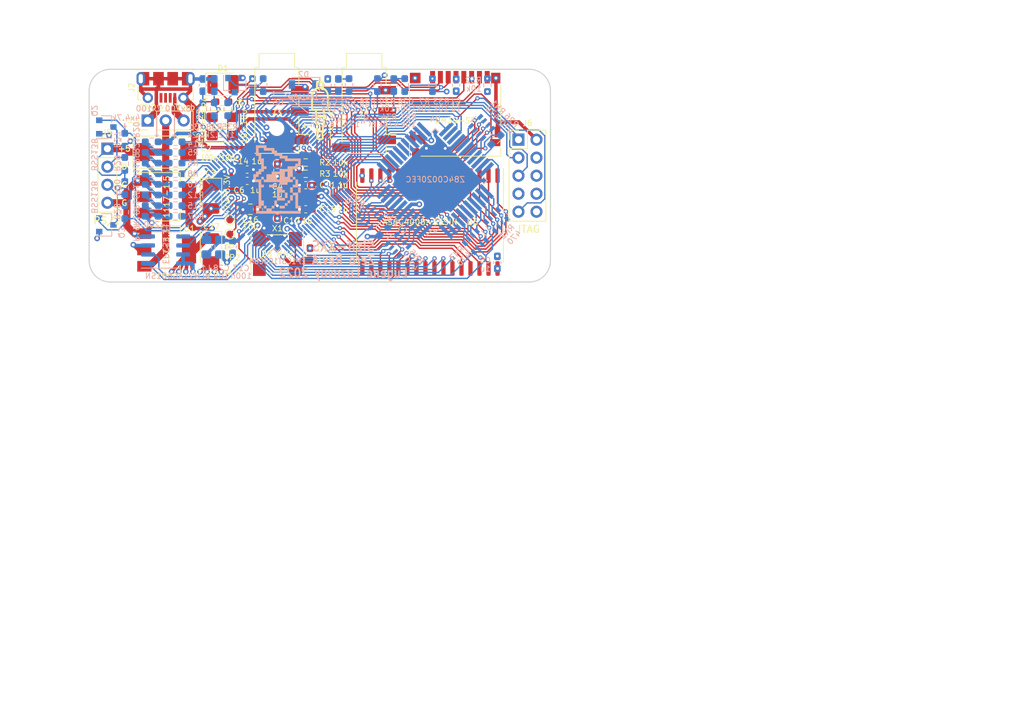
<source format=kicad_pcb>
(kicad_pcb (version 20211014) (generator pcbnew)
  (title_block (title "ZX-SIZIF-XXS (Zero)") (date "2021-11-20") (rev "A") (company "Eugene Lozovoy"))
  (layers (0 "F.Cu" signal) (1 "In1.Cu" signal) (2 "In2.Cu" signal) (31 "B.Cu" signal) (34 "B.Paste" user) (35 "F.Paste" user) (36 "B.SilkS" user "B.Silkscreen") (37 "F.SilkS" user "F.Silkscreen") (38 "B.Mask" user) (39 "F.Mask" user) (44 "Edge.Cuts" user))
  (net 0 "")
  (net 1 "GND")
  (net 2 "+5V")
  (net 3 "+3V3")
  (net 4 "/SND_L")
  (net 5 "/A15")
  (net 6 "/A13")
  (net 7 "/D7")
  (net 8 "/D0")
  (net 9 "/D1")
  (net 10 "/D2")
  (net 11 "/D6")
  (net 12 "/D5")
  (net 13 "/D3")
  (net 14 "/D4")
  (net 15 "/~{INT}")
  (net 16 "/~{MREQ}")
  (net 17 "/~{IORQ}")
  (net 18 "/~{RD}")
  (net 19 "/A14")
  (net 20 "/A12")
  (net 21 "/A0")
  (net 22 "/A1")
  (net 23 "/A2")
  (net 24 "/A3")
  (net 25 "/~{WR}")
  (net 26 "/~{M1}")
  (net 27 "/~{RFSH}")
  (net 28 "/A8")
  (net 29 "/A10")
  (net 30 "/~{RSTCPU}")
  (net 31 "/A7")
  (net 32 "/A6")
  (net 33 "/A5")
  (net 34 "/A4")
  (net 35 "/A9")
  (net 36 "/A11")
  (net 37 "/CLKCPU")
  (net 38 "/~{NMI}")
  (net 39 "/SND_R")
  (net 40 "Net-(D1-Pad1)")
  (net 41 "Net-(J1-Pad3)")
  (net 42 "/SD_SCK")
  (net 43 "/SND_DAC_L")
  (net 44 "/SND_DAC_R")
  (net 45 "/VA17")
  (net 46 "/VD3")
  (net 47 "/VA16")
  (net 48 "/VD4")
  (net 49 "/VA14")
  (net 50 "/VD5")
  (net 51 "/VA12")
  (net 52 "/VD6")
  (net 53 "/VA7")
  (net 54 "/VD7")
  (net 55 "/VA6")
  (net 56 "/VA5")
  (net 57 "/VA10")
  (net 58 "/VA4")
  (net 59 "/~{VRD}")
  (net 60 "/VA3")
  (net 61 "/VA11")
  (net 62 "/VA2")
  (net 63 "/VA9")
  (net 64 "/VA1")
  (net 65 "/VA8")
  (net 66 "/VA0")
  (net 67 "/VA13")
  (net 68 "/VD0")
  (net 69 "/~{VWR}")
  (net 70 "/VD1")
  (net 71 "/VA18")
  (net 72 "/VD2")
  (net 73 "/VA15")
  (net 74 "/TCK")
  (net 75 "/TDO")
  (net 76 "/TMS")
  (net 77 "/TDI")
  (net 78 "/TAPE_IN")
  (net 79 "/PS2_CLK")
  (net 80 "/PS2_DAT")
  (net 81 "+1V5")
  (net 82 "/CLK")
  (net 83 "/Video")
  (net 84 "Net-(R10-Pad2)")
  (net 85 "/~{EPCS_CS}")
  (net 86 "/EPCS_DATA")
  (net 87 "/EPCS_ASD")
  (net 88 "/EPCS_DCLK")
  (net 89 "/V5")
  (net 90 "Net-(R11-Pad2)")
  (net 91 "/V4")
  (net 92 "/V3")
  (net 93 "Net-(R15-Pad2)")
  (net 94 "/V2")
  (net 95 "/V6")
  (net 96 "/V1")
  (net 97 "/V0")
  (net 98 "/SD_MISO\\TAPE")
  (net 99 "Net-(C20-Pad1)")
  (net 100 "Net-(C21-Pad1)")
  (net 101 "Net-(J7-Pad1)")
  (net 102 "Net-(J7-Pad8)")
  (net 103 "Net-(Q4-Pad3)")
  (net 104 "Net-(Q4-Pad1)")
  (net 105 "Net-(R2-Pad2)")
  (net 106 "Net-(R3-Pad2)")
  (net 107 "/V7")
  (net 108 "Net-(R12-Pad2)")
  (net 109 "Net-(R17-Pad2)")
  (net 110 "1V5_PLL")
  (net 111 "Net-(C21-Pad2)")
  (net 112 "Net-(C22-Pad1)")
  (net 113 "Net-(C26-Pad2)")
  (net 114 "/TAPE_OUT")
  (net 115 "/~{SD_CS}")
  (net 116 "/SD_MOSI\\TAPE")
  (net 117 "/~{SD_CD}")
  (net 118 "Net-(J5-Pad2)")
  (net 119 "Net-(J5-Pad3)")
  (net 120 "Net-(R20-Pad1)")
  (net 121 "Net-(R21-Pad1)")
  (net 122 "Net-(TP1-Pad1)")
  (net 123 "Net-(TP2-Pad1)")
  (footprint "Capacitor_SMD:C_0603_1608Metric_Pad1.08x0.95mm_HandSolder" (layer "F.Cu") (at 146.6 107.4)
    (fp_text reference "C15")
    (fp_text value "1u")
  )
  (footprint "Resistor_SMD:R_0603_1608Metric_Pad0.98x0.95mm_HandSolder" (layer "F.Cu") (at 134.85 92.2375 180)
    (fp_text reference "R4")
    (fp_text value "1k")
  )
  (footprint "Capacitor_SMD:C_0603_1608Metric_Pad1.08x0.95mm_HandSolder" (layer "F.Cu") (at 147.2 113.75 90)
    (fp_text reference "C13")
    (fp_text value "1u")
  )
  (footprint "Connector_USB:USB_Micro-B_Molex-105017-0001" (layer "F.Cu") (at 126.85 90.2275 180)
    (fp_text reference "J2")
    (fp_text value "USB_B_Micro")
  )
  (footprint "Capacitor_SMD:C_0603_1608Metric_Pad1.08x0.95mm_HandSolder" (layer "F.Cu") (at 138.35 103.4)
    (fp_text reference "C6")
    (fp_text value "1u")
  )
  (footprint "Capacitor_SMD:C_0603_1608Metric_Pad1.08x0.95mm_HandSolder" (layer "F.Cu") (at 142.6 107.8 90)
    (fp_text reference "C10")
    (fp_text value "1u")
  )
  (footprint "mygraphic:jack35_4pin" (layer "F.Cu") (at 148.6 93.2 180)
    (fp_text reference "LOGO2" hide)
    (fp_text value "Jack35" hide)
  )
  (footprint "LED_SMD:LED_1210_3225Metric_Pad1.42x2.65mm_HandSolder" (layer "F.Cu") (at 134.94 89.7875)
    (fp_text reference "D1")
    (fp_text value "LED")
  )
  (footprint "Connector_PinHeader_2.54mm:PinHeader_1x03_P2.54mm_Vertical" (layer "F.Cu") (at 124.325 94.8875 90)
    (fp_text reference "J1")
    (fp_text value "Pin header 1x3 Pitch=2.54mm" hide)
  )
  (footprint "Oscillator:Oscillator_SMD_SeikoEpson_SG8002CA-4Pin_7.0x5.0mm" (layer "F.Cu") (at 142.6 113.7 180)
    (fp_text reference "X1")
    (fp_text value "28 MHz")
  )
  (footprint "Connector_Card:microSD_HC_Hirose_DM3D-SF" (layer "F.Cu") (at 167.65 94.125 180)
    (fp_text reference "J7")
    (fp_text value "DM3D-SF")
  )
  (footprint "MountingHole:MountingHole_2.7mm_M2.5" (layer "F.Cu") (at 177.58 91.1575)
    (fp_text reference "H2" hide)
    (fp_text value "MountingHole" hide)
  )
  (footprint "Resistor_SMD:R_0603_1608Metric_Pad0.98x0.95mm_HandSolder" (layer "F.Cu") (at 146.5875 100.8)
    (fp_text reference "R2")
    (fp_text value "10k")
  )
  (footprint "Package_TO_SOT_SMD:SOT-223-3_TabPin2" (layer "F.Cu") (at 127 113.1375)
    (fp_text reference "U1")
    (fp_text value "1117-3.3")
  )
  (footprint "Resistor_SMD:R_0603_1608Metric_Pad0.98x0.95mm_HandSolder" (layer "F.Cu") (at 146.5875 102.4)
    (fp_text reference "R3")
    (fp_text value "10k")
  )
  (footprint "Capacitor_Tantalum_SMD:CP_EIA-7343-31_Kemet-D_Pad2.25x2.55mm_HandSolder" (layer "F.Cu") (at 126.85 99.3375)
    (fp_text reference "C2")
    (fp_text value "100u/10V")
  )
  (footprint "Capacitor_SMD:C_0603_1608Metric_Pad1.08x0.95mm_HandSolder" (layer "F.Cu") (at 138.35 101.8)
    (fp_text reference "C14")
    (fp_text value "1u")
  )
  (footprint "MountingHole:MountingHole_2.7mm_M2.5" (layer "F.Cu") (at 119.58 91.1575)
    (fp_text reference "H1" hide)
    (fp_text value "MountingHole" hide)
  )
  (footprint "MountingHole:MountingHole_2.7mm_M2.5" (layer "F.Cu") (at 119.58 114.1575)
    (fp_text reference "H3" hide)
    (fp_text value "MountingHole" hide)
  )
  (footprint "Capacitor_SMD:C_0603_1608Metric_Pad1.08x0.95mm_HandSolder" (layer "F.Cu") (at 146.5875 104 180)
    (fp_text reference "C11")
    (fp_text value "1u")
  )
  (footprint "Package_SO:SSOP-32_11.305x20.495mm_P1.27mm" (layer "F.Cu") (at 164.1 109.2 -90)
    (fp_text reference "U6")
    (fp_text value "AS6C4008-55SIN")
  )
  (footprint "Capacitor_Tantalum_SMD:CP_EIA-3528-21_Kemet-B_Pad1.50x2.35mm_HandSolder" (layer "F.Cu") (at 133.25 113.1575 -90)
    (fp_text reference "C27")
    (fp_text value "47u/6.3V")
  )
  (footprint "Package_TO_SOT_SMD:SOT-223-3_TabPin2" (layer "F.Cu") (at 127 105.6375)
    (fp_text reference "U2")
    (fp_text value "1117-1.5")
  )
  (footprint "Capacitor_Tantalum_SMD:CP_EIA-3528-21_Kemet-B_Pad1.50x2.35mm_HandSolder" (layer "F.Cu") (at 133.25 105.6575 -90)
    (fp_text reference "C3")
    (fp_text value "47u/6.3V")
  )
  (footprint "Connector_PinHeader_2.54mm:PinHeader_1x04_P2.54mm_Vertical" (layer "F.Cu") (at 118.65 98.8575)
    (fp_text reference "J5")
    (fp_text value "Pin header 1x4 Pitch=2.54mm")
  )
  (footprint "Capacitor_Tantalum_SMD:CP_EIA-3216-18_Kemet-A_Pad1.58x1.35mm_HandSolder" (layer "F.Cu") (at 134.85 94.4375)
    (fp_text reference "C22")
    (fp_text value "10u")
  )
  (footprint "Connector_Audio:Jack_3.5mm_PJ320D_Horizontal" (layer "F.Cu") (at 154.825565 93.7875 -90)
    (fp_text reference "J4")
    (fp_text value "PJ-320")
  )
  (footprint "Connector_Audio:Jack_3.5mm_PJ320D_Horizontal" (layer "F.Cu") (at 142.525565 93.7875 -90)
    (fp_text reference "J3")
    (fp_text value "PJ-320")
  )
  (footprint "Capacitor_Tantalum_SMD:CP_EIA-3216-18_Kemet-A_Pad1.58x1.35mm_HandSolder" (layer "F.Cu") (at 134.85 97)
    (fp_text reference "C20")
    (fp_text value "10u")
  )
  (footprint "Capacitor_SMD:C_0805_2012Metric_Pad1.18x1.45mm_HandSolder" (layer "F.Cu") (at 138.8 107.4)
    (fp_text reference "C16")
    (fp_text value "10u")
  )
  (footprint "TestPoint:TestPoint_Pad_D1.0mm" (layer "F.Cu") (at 135.9 108.9 90)
    (fp_text reference "TP1")
    (fp_text value "TestPoint" hide)
  )
  (footprint "MountingHole:MountingHole_2.7mm_M2.5" (layer "F.Cu") (at 177.58 114.1575)
    (fp_text reference "H4" hide)
    (fp_text value "MountingHole" hide)
  )
  (footprint "Connector_PinHeader_2.54mm:PinHeader_2x05_P2.54mm_Vertical" (layer "F.Cu") (at 176.575 97.5825)
    (fp_text reference "J6")
    (fp_text value "Pin header 2x5 Pitch=2.54mm")
  )
  (footprint "Capacitor_SMD:C_0603_1608Metric_Pad1.08x0.95mm_HandSolder" (layer "F.Cu") (at 142.6 101.8875 90)
    (fp_text reference "C4")
    (fp_text value "1u")
  )
  (footprint "TestPoint:TestPoint_Pad_D1.0mm" (layer "F.Cu") (at 135.9 110.9 90)
    (fp_text reference "TP2")
    (fp_text value "TestPoint" hide)
  )
  (footprint "Resistor_SMD:R_0603_1608Metric_Pad0.98x0.95mm_HandSolder" (layer "B.Cu") (at 172.2 89.8875 90)
    (fp_text reference "R32")
    (fp_text value "10k")
  )
  (footprint "Capacitor_SMD:C_0603_1608Metric_Pad1.08x0.95mm_HandSolder" (layer "B.Cu") (at 149.7 89.8875 90)
    (fp_text reference "C23")
    (fp_text value "10n")
  )
  (footprint "Package_TO_SOT_SMD:SOT-23" (layer "B.Cu") (at 136.6 89.8875 -90)
    (fp_text reference "Q4")
    (fp_text value "BC817")
  )
  (footprint "Resistor_SMD:R_0603_1608Metric_Pad0.98x0.95mm_HandSolder" (layer "B.Cu") (at 140.6 89.8875 90)
    (fp_text reference "R37")
    (fp_text value "10k")
  )
  (footprint "Resistor_SMD:R_0603_1608Metric_Pad0.98x0.95mm_HandSolder" (layer "B.Cu") (at 156.7 89.8875 90)
    (fp_text reference "R39")
    (fp_text value "10k")
  )
  (footprint "Resistor_SMD:R_0603_1608Metric_Pad0.98x0.95mm_HandSolder" (layer "B.Cu") (at 121.1 107.8 90)
    (fp_text reference "R28")
    (fp_text value "4.7k")
  )
  (footprint "Resistor_SMD:R_0603_1608Metric_Pad0.98x0.95mm_HandSolder" (layer "B.Cu") (at 121.1 104.4 90)
    (fp_text reference "R30")
    (fp_text value "4.7k")
  )
  (footprint "Inductor_SMD:L_0805_2012Metric_Pad1.15x1.40mm_HandSolder" (layer "B.Cu") (at 132.6 112.7375 -90)
    (fp_text reference "L1")
    (fp_text value "BLM21AG601SN")
  )
  (footprint "Capacitor_SMD:C_0603_1608Metric_Pad1.08x0.95mm_HandSolder" (layer "B.Cu") (at 136.291 112.7375 90)
    (fp_text reference "C17")
    (fp_text value "100n")
  )
  (footprint "Resistor_SMD:R_0603_1608Metric_Pad0.98x0.95mm_HandSolder" (layer "B.Cu") (at 173.4 97.604977 -135)
    (fp_text reference "R26")
    (fp_text value "470")
  )
  (footprint "Resistor_SMD:R_Array_Convex_4x0603" (layer "B.Cu") (at 170.5 111.954977 135)
    (fp_text reference "RN3")
    (fp_text value "470")
  )
  (footprint "Resistor_SMD:R_Array_Convex_4x0603" (layer "B.Cu") (at 171.4 95.854977 -135)
    (fp_text reference "RN1")
    (fp_text value "470")
  )
  (footprint "Resistor_SMD:R_Array_Convex_4x0603" (layer "B.Cu") (at 155.6 108.454977 45)
    (fp_text reference "RN4")
    (fp_text value "470")
  )
  (footprint "Resistor_SMD:R_Array_Convex_4x0603" (layer "B.Cu") (at 173.5 108.954977 135)
    (fp_text reference "RN2")
    (fp_text value "470")
  )
  (footprint "Resistor_SMD:R_0603_1608Metric_Pad0.98x0.95mm_HandSolder" (layer "B.Cu") (at 124.9 102.3875)
    (fp_text reference "R11")
    (fp_text value "100")
  )
  (footprint "Resistor_SMD:R_0603_1608Metric_Pad0.98x0.95mm_HandSolder" (layer "B.Cu") (at 124.9 103.8875)
    (fp_text reference "R13")
    (fp_text value "100")
  )
  (footprint "Resistor_SMD:R_0603_1608Metric_Pad0.98x0.95mm_HandSolder" (layer "B.Cu") (at 124.9 105.3875)
    (fp_text reference "R16")
    (fp_text value "100")
  )
  (footprint "Resistor_SMD:R_0603_1608Metric_Pad0.98x0.95mm_HandSolder" (layer "B.Cu") (at 124.9 106.8875)
    (fp_text reference "R18")
    (fp_text value "100")
  )
  (footprint "Resistor_SMD:R_0603_1608Metric_Pad0.98x0.95mm_HandSolder" (layer "B.Cu") (at 124.9 100.8875)
    (fp_text reference "R9")
    (fp_text value "100")
  )
  (footprint "Capacitor_SMD:C_0603_1608Metric_Pad1.08x0.95mm_HandSolder" (layer "B.Cu") (at 159 89.8875 90)
    (fp_text reference "C26")
    (fp_text value "100n")
  )
  (footprint "Resistor_SMD:R_0603_1608Metric_Pad0.98x0.95mm_HandSolder" (layer "B.Cu") (at 160.55 89.8875 90)
    (fp_text reference "R7")
    (fp_text value "10k")
  )
  (footprint "Package_SO:SOIC-8_3.9x4.9mm_P1.27mm" (layer "B.Cu") (at 126.85 113.1375)
    (fp_text reference "U3")
    (fp_text value "EPCS4")
  )
  (footprint "Resistor_SMD:R_0603_1608Metric_Pad0.98x0.95mm_HandSolder" (layer "B.Cu") (at 121.1 101 -90)
    (fp_text reference "R29")
    (fp_text value "4.7k")
  )
  (footprint "Package_TO_SOT_SMD:SOT-23" (layer "B.Cu") (at 118.5 95.8)
    (fp_text reference "Q2")
    (fp_text value "BSS138")
  )
  (footprint "Resistor_SMD:R_0603_1608Metric_Pad0.98x0.95mm_HandSolder" (layer "B.Cu") (at 164.45 89.8875 90)
    (fp_text reference "R33")
    (fp_text value "10k")
  )
  (footprint "Package_QFP:TQFP-100_14x14mm_P0.5mm" (layer "B.Cu") (at 142.6 103.326781 45)
    (fp_text reference "U5")
    (fp_text value "EP1C3T100C8N")
  )
  (footprint "Diode_SMD:D_SOD-123" (layer "B.Cu") (at 146.3 89.8 180)
    (fp_text reference "D2")
    (fp_text value "1N4148W")
  )
  (footprint "my:TQFP-44_14x14mm_P0.8mm" (layer "B.Cu") (at 164.85 103.342477 45)
    (fp_text reference "U4")
    (fp_text value "Z84C0020FEC")
  )
  (footprint "Capacitor_SMD:C_0603_1608Metric_Pad1.08x0.95mm_HandSolder" (layer "B.Cu") (at 157.6 110.454977 -135)
    (fp_text reference "C12")
    (fp_text value "1u")
  )
  (footprint "Resistor_SMD:R_0603_1608Metric_Pad0.98x0.95mm_HandSolder" (layer "B.Cu") (at 128.25 99.3875 180)
    (fp_text reference "R5")
    (fp_text value "200")
  )
  (footprint "Resistor_SMD:R_0603_1608Metric_Pad0.98x0.95mm_HandSolder" (layer "B.Cu") (at 128.25 106.8875 180)
    (fp_text reference "R15")
    (fp_text value "200")
  )
  (footprint "Resistor_SMD:R_0603_1608Metric_Pad0.98x0.95mm_HandSolder" (layer "B.Cu") (at 128.25 108.3875 180)
    (fp_text reference "R17")
    (fp_text value "200")
  )
  (footprint "Resistor_SMD:R_0603_1608Metric_Pad0.98x0.95mm_HandSolder" (layer "B.Cu") (at 124.9 108.3875)
    (fp_text reference "R19")
    (fp_text value "200")
  )
  (footprint "Resistor_SMD:R_0603_1608Metric_Pad0.98x0.95mm_HandSolder" (layer "B.Cu") (at 128.25 100.8875 180)
    (fp_text reference "R6")
    (fp_text value "200")
  )
  (footprint "Resistor_SMD:R_0603_1608Metric_Pad0.98x0.95mm_HandSolder" (layer "B.Cu") (at 135.6 93.2875 -90)
    (fp_text reference "R35")
    (fp_text value "1k")
  )
  (footprint "Package_TO_SOT_SMD:SOT-23" (layer "B.Cu") (at 118.5 109.6)
    (fp_text reference "Q3")
    (fp_text value "BSS138")
  )
  (footprint "Resistor_SMD:R_Array_Convex_4x0603" (layer "B.Cu") (at 159.6 112.454977 45)
    (fp_text reference "RN5")
    (fp_text value "470")
  )
  (footprint "Capacitor_SMD:C_0603_1608Metric_Pad1.08x0.95mm_HandSolder" (layer "B.Cu") (at 151.2 89.8875 90)
    (fp_text reference "C21")
    (fp_text value "100n")
  )
  (footprint "Resistor_SMD:R_0603_1608Metric_Pad0.98x0.95mm_HandSolder" (layer "B.Cu") (at 152.7 89.8875 90)
    (fp_text reference "R36")
    (fp_text value "470")
  )
  (footprint "Capacitor_SMD:C_0603_1608Metric_Pad1.08x0.95mm_HandSolder" (layer "B.Cu") (at 133.7 89.8875 90)
    (fp_text reference "C24")
    (fp_text value "4.7n")
  )
  (footprint "Resistor_SMD:R_0603_1608Metric_Pad0.98x0.95mm_HandSolder" (layer "B.Cu") (at 133.7 93.2875 90)
    (fp_text reference "R38")
    (fp_text value "2.2k")
  )
  (footprint "Resistor_SMD:R_0603_1608Metric_Pad0.98x0.95mm_HandSolder" (layer "B.Cu") (at 128.25 103.8875 180)
    (fp_text reference "R10")
    (fp_text value "200")
  )
  (footprint "Resistor_SMD:R_0603_1608Metric_Pad0.98x0.95mm_HandSolder" (layer "B.Cu") (at 128.25 102.3875 180)
    (fp_text reference "R8")
    (fp_text value "200")
  )
  (footprint "Resistor_SMD:R_0603_1608Metric_Pad0.98x0.95mm_HandSolder" (layer "B.Cu") (at 128.25 105.3875 180)
    (fp_text reference "R12")
    (fp_text value "200")
  )
  (footprint "mygraphic:black-mage-9.6x6.5" (layer "B.Cu") (at 142.55 103.2 180)
    (fp_text reference "LOGO1" hide)
    (fp_text value "graphic" hide)
  )
  (footprint "Resistor_SMD:R_0603_1608Metric_Pad0.98x0.95mm_HandSolder" (layer "B.Cu") (at 121.1 97.6 -90)
    (fp_text reference "R27")
    (fp_text value "4.7k")
  )
  (footprint "Resistor_SMD:R_0603_1608Metric_Pad0.98x0.95mm_HandSolder" (layer "B.Cu") (at 139.1 89.8875 90)
    (fp_text reference "R34")
    (fp_text value "470k")
  )
  (footprint "Capacitor_SMD:C_0603_1608Metric_Pad1.08x0.95mm_HandSolder" (layer "B.Cu") (at 132.1 89.8875 90)
    (fp_text reference "C25")
    (fp_text value "4.7n")
  )
  (footprint "Resistor_SMD:R_0603_1608Metric_Pad0.98x0.95mm_HandSolder" (layer "B.Cu") (at 132.1 93.2875 90)
    (fp_text reference "R31")
    (fp_text value "2.2k")
  )
  (footprint "Capacitor_SMD:C_0603_1608Metric_Pad1.08x0.95mm_HandSolder" (layer "B.Cu") (at 167.8 89.8875 -90)
    (fp_text reference "C1")
    (fp_text value "1u")
  )
  (footprint "Capacitor_SMD:C_0603_1608Metric_Pad1.08x0.95mm_HandSolder" (layer "B.Cu") (at 173.6 114.9 90)
    (fp_text reference "C5")
    (fp_text value "1u")
  )
  (footprint "Resistor_SMD:R_0603_1608Metric_Pad0.98x0.95mm_HandSolder" (layer "B.Cu") (at 124.9 97.8875)
    (fp_text reference "R20")
    (fp_text value "100")
  )
  (footprint "Capacitor_SMD:C_0805_2012Metric_Pad1.18x1.45mm_HandSolder" (layer "B.Cu") (at 134.541 112.7375 90)
    (fp_text reference "C28")
    (fp_text value "10u")
  )
  (footprint "Resistor_SMD:R_0603_1608Metric_Pad0.98x0.95mm_HandSolder" (layer "B.Cu") (at 128.25 97.8875 180)
    (fp_text reference "R14")
    (fp_text value "200")
  )
  (footprint "Resistor_SMD:R_0603_1608Metric_Pad0.98x0.95mm_HandSolder" (layer "B.Cu") (at 124.9 99.3875)
    (fp_text reference "R21")
    (fp_text value "100")
  )
  (gr_line (start 142.1 91) (end 142.1 90.8) (layer "B.SilkS") (width 0.15))
  (gr_line (start 125.6 97.15) (end 125.8 96.95) (layer "B.SilkS") (width 0.15))
  (gr_line (start 128.1 97.15) (end 128.3 96.95) (layer "B.SilkS") (width 0.15))
  (gr_line (start 125.8 96.95) (end 125.4 96.95) (layer "B.SilkS") (width 0.15))
  (gr_line (start 127.9 96.95) (end 128.1 97.15) (layer "B.SilkS") (width 0.15))
  (gr_line (start 128.3 96.95) (end 127.9 96.95) (layer "B.SilkS") (width 0.15))
  (gr_line (start 121.1 95.3) (end 121.1 95.9) (layer "B.SilkS") (width 0.15))
  (gr_line (start 121.1 95.9) (end 121.3 95.7) (layer "B.SilkS") (width 0.15))
  (gr_line (start 143.5 91) (end 142.1 91) (layer "B.SilkS") (width 0.15))
  (gr_line (start 125.4 96.95) (end 125.6 97.15) (layer "B.SilkS") (width 0.15))
  (gr_line (start 146.9 93.8) (end 143.5 91) (layer "B.SilkS") (width 0.15))
  (gr_line (start 125.6 93.9) (end 125.6 96.9) (layer "B.SilkS") (width 0.15))
  (gr_line (start 121.3 95.7) (end 120.9 95.7) (layer "B.SilkS") (width 0.15))
  (gr_line (start 141.9 91) (end 142.1 91.2) (layer "B.SilkS") (width 0.15))
  (gr_line (start 128.1 97.15) (end 128.1 93.9) (layer "B.SilkS") (width 0.15))
  (gr_line (start 142.1 91.2) (end 142.1 91) (layer "B.SilkS") (width 0.15))
  (gr_line (start 120.9 95.7) (end 121.1 95.9) (layer "B.SilkS") (width 0.15))
  (gr_line (start 142.1 90.8) (end 141.9 91) (layer "B.SilkS") (width 0.15))
  (gr_line (start 146.2 95.6) (end 146.5 95.3) (layer "F.SilkS") (width 0.15))
  (gr_line (start 146.5 95.3) (end 146.5 95.9) (layer "F.SilkS") (width 0.15))
  (gr_line (start 146.2 95.6) (end 146.5 95.9) (layer "F.SilkS") (width 0.15))
  (gr_line (start 147.4 95.6) (end 146.2 95.6) (layer "F.SilkS") (width 0.15))
  (gr_arc locked (start 178.08 87.6575) (mid 180.20132 88.53618) (end 181.08 90.6575) (layer "Edge.Cuts") (width 0.15))
  (gr_arc locked (start 181.08 114.6575) (mid 180.20132 116.77882) (end 178.08 117.6575) (layer "Edge.Cuts") (width 0.15))
  (gr_line locked (start 181.08 90.6575) (end 181.08 114.6575) (layer "Edge.Cuts") (width 0.15))
  (gr_line locked (start 119.58 87.6575) (end 119.08 87.6575) (layer "Edge.Cuts") (width 0.15))
  (gr_arc locked (start 116.08 90.6575) (mid 116.95868 88.53618) (end 119.08 87.6575) (layer "Edge.Cuts") (width 0.15))
  (gr_arc locked (start 119.08 117.6575) (mid 116.95868 116.77882) (end 116.08 114.6575) (layer "Edge.Cuts") (width 0.15))
  (gr_line locked (start 177.58 87.6575) (end 119.58 87.6575) (layer "Edge.Cuts") (width 0.15))
  (gr_line locked (start 116.08 114.6575) (end 116.08 90.6575) (layer "Edge.Cuts") (width 0.15))
  (gr_line locked (start 178.08 117.6575) (end 119.08 117.6575) (layer "Edge.Cuts") (width 0.15))
  (gr_line locked (start 177.58 87.6575) (end 178.08 87.6575) (layer "Edge.Cuts") (width 0.15))
  (gr_text "Zero Rev.A" (at 151.9 114.6) (layer "B.SilkS") (effects (font (size 1.3 1.1) (thickness 0.23)) (justify mirror)))
  (gr_text "Eugene Lozovoy 2022" (at 151.9 116.4) (layer "B.SilkS") (effects (font (size 1.3 1.1) (thickness 0.22)) (justify mirror)))
  (gr_text "Sizif-XXS" (at 151.9 112.6) (layer "B.SilkS") (effects (font (size 1.4 1.2) (thickness 0.23)) (justify mirror)))
  (segment (start 161.675 97.15) (end 162.45 97.15) (width 0.5) (layer "F.Cu") (net 1))
  (segment (start 130.35 88.99) (end 130.35 90.45) (width 0.5) (layer "F.Cu") (net 1))
  (segment (start 125.55 93.6625) (end 125.55 93.15) (width 1) (layer "F.Cu") (net 1))
  (segment (start 121.0725 106.4775) (end 121.4 106.15) (width 1) (layer "F.Cu") (net 1))
  (segment (start 161.6 113.99954) (end 160.925 114.67454) (width 0.5) (layer "F.Cu") (net 1))
  (segment (start 162.025 88.9) (end 162 88.9) (width 0.5) (layer "F.Cu") (net 1))
  (segment (start 141.8 111.1) (end 141.3 111.6) (width 0.5) (layer "F.Cu") (net 1))
  (segment (start 133.25 114.7825) (end 132.7 116.2) (width 0.5) (layer "F.Cu") (net 1))
  (segment (start 130.954511 93.294511) (end 130.954511 98.432989) (width 1) (layer "F.Cu") (net 1))
  (segment (start 163.6 98.3) (end 163.6 98.8) (width 0.5) (layer "F.Cu") (net 1))
  (segment (start 137.7625 107.4) (end 137.7625 107.4375) (width 0.5) (layer "F.Cu") (net 1))
  (segment (start 133.9375 92.2375) (end 132.011522 92.2375) (width 0.2) (layer "F.Cu") (net 1))
  (segment (start 162.45 97.15) (end 163.6 98.3) (width 0.5) (layer "F.Cu") (net 1))
  (segment (start 133.25 107.2825) (end 133.25 107.55) (width 1) (layer "F.Cu") (net 1))
  (segment (start 163.025 99.575) (end 163.6 99) (width 0.5) (layer "F.Cu") (net 1))
  (segment (start 118.65 106.4775) (end 121.0725 106.4775) (width 1) (layer "F.Cu") (net 1))
  (segment (start 133.25 114.7825) (end 131.7 116.2) (width 0.5) (layer "F.Cu") (net 1))
  (segment (start 123.35 90.69) (end 124.35 91.69) (width 0.5) (layer "F.Cu") (net 1))
  (segment (start 169.975 88.775) (end 169.975 88.975) (width 0.5) (layer "F.Cu") (net 1))
  (segment (start 141.3 111.6) (end 140.06 111.6) (width 0.5) (layer "F.Cu") (net 1))
  (segment (start 123.35 88.99) (end 130.35 88.99) (width 0.5) (layer "F.Cu") (net 1))
  (segment (start 124.9 109.3) (end 124.9 109.7875) (width 0.5) (layer "F.Cu") (net 1))
  (segment (start 133.25 107.55) (end 132.4 108.4) (width 1) (layer "F.Cu") (net 1))
  (segment (start 173.625 96.5) (end 173.625 95.1) (width 0.5) (layer "F.Cu") (net 1))
  (segment (start 142.6 106.9375) (end 142.6 106.9) (width 0.5) (layer "F.Cu") (net 1))
  (segment (start 123.85 103.3375) (end 122.9 103.3375) (width 1) (layer "F.Cu") (net 1))
  (segment (start 173.4 94.875) (end 173.625 95.1) (width 0.5) (layer "F.Cu") (net 1))
  (segment (start 162.075 99.575) (end 163.025 99.575) (width 0.5) (layer "F.Cu") (net 1))
  (segment (start 133.25 114.7825) (end 134.7 116.2) (width 0.5) (layer "F.Cu") (net 1))
  (segment (start 140.06 110.744283) (end 140.06 111.6) (width 0.5) (layer "F.Cu") (net 1))
  (segment (start 145.98652 90.6125) (end 146.5 90.09902) (width 0.5) (layer "F.Cu") (net 1))
  (segment (start 137.7625 107.4375) (end 137.75 107.45) (width 0.5) (layer "F.Cu") (net 1))
  (segment (start 145.775565 90.6125) (end 145.98652 90.6125) (width 0.5) (layer "F.Cu") (net 1))
  (segment (start 123.85 110.8375) (end 122.4875 110.8375) (width 1) (layer "F.Cu") (net 1))
  (segment (start 124.325 94.8875) (end 125.55 93.6625) (width 1) (layer "F.Cu") (net 1))
  (segment (start 130.954511 98.432989) (end 130.05 99.3375) (width 1) (layer "F.Cu") (net 1))
  (segment (start 122.9 103.3375) (end 121.4 104.8375) (width 1) (layer "F.Cu") (net 1))
  (segment (start 125.55 90.4) (end 125.55 91.69) (width 0.5) (layer "F.Cu") (net 1))
  (segment (start 157.85 90.6) (end 157.8625 90.6125) (width 0.5) (layer "F.Cu") (net 1))
  (segment (start 140.744 110.060283) (end 140.06 110.744283) (width 0.5) (layer "F.Cu") (net 1))
  (segment (start 160.925 114.67454) (end 160.925 115.75) (width 0.5) (layer "F.Cu") (net 1))
  (segment (start 132.011522 92.2375) (end 130.954511 93.294511) (width 0.2) (layer "F.Cu") (net 1))
  (segment (start 147.2 112.8875) (end 147.2 112.9) (width 0.5) (layer "F.Cu") (net 1))
  (segment (start 125.55 91.69) (end 125.55 93.15) (width 0.5) (layer "F.Cu") (net 1))
  (segment (start 130.35 90.45) (end 130.35 90.69) (width 0.5) (layer "F.Cu") (net 1))
  (segment (start 173.625 95.1) (end 176.6325 95.1) (width 0.5) (layer "F.Cu") (net 1))
  (segment (start 122.4875 110.8375) (end 121.4 109.75) (width 1) (layer "F.Cu") (net 1))
  (segment (start 173.4 88.9) (end 173.4 94.875) (width 0.5) (layer "F.Cu") (net 1))
  (segment (start 133.25 114.7825) (end 133.7 116.2) (width 0.5) (layer "F.Cu") (net 1))
  (segment (start 123.35 90.45) (end 123.35 90.69) (width 0.5) (layer "F.Cu") (net 1))
  (segment (start 157.8625 90.6125) (end 158.075565 90.6125) (width 0.5) (layer "F.Cu") (net 1))
  (segment (start 123.35 88.99) (end 123.35 90.45) (width 0.5) (layer "F.Cu") (net 1))
  (segment (start 132.4 108.4) (end 131.7 109.1) (width 1) (layer "F.Cu") (net 1))
  (segment (start 176.6325 95.1) (end 179.115 97.5825) (width 0.5) (layer "F.Cu") (net 1))
  (segment (start 121.4 104.8375) (end 121.4 106.15) (width 1) (layer "F.Cu") (net 1))
  (segment (start 124.9 109.7875) (end 123.85 110.8375) (width 0.5) (layer "F.Cu") (net 1))
  (segment (start 163.6 99) (end 163.6 98.8) (width 0.5) (layer "F.Cu") (net 1))
  (segment (start 123.35 90.45) (end 130.35 90.45) (width 0.5) (layer "F.Cu") (net 1))
  (segment (start 125.85 88.99) (end 125.85 90.1) (width 0.5) (layer "F.Cu") (net 1))
  (segment (start 125.85 90.1) (end 125.55 90.4) (width 0.5) (layer "F.Cu") (net 1))
  (segment (start 169.975 88.975) (end 170 89) (width 0.5) (layer "F.Cu") (net 1))
  (segment (start 130.35 90.69) (end 129.35 91.69) (width 0.5) (layer "F.Cu") (net 1))
  (segment (start 129.35 91.69) (end 130.954511 93.294511) (width 1) (layer "F.Cu") (net 1))
  (segment (start 121.4 109.75) (end 121.4 106.15) (width 1) (layer "F.Cu") (net 1))
  (segment (start 173.375 88.9) (end 173.4 88.9) (width 0.5) (layer "F.Cu") (net 1))
  (segment (start 154.55 102.65) (end 154.575 102.65) (width 0.5) (layer "F.Cu") (net 1))
  (via (at 149.450468 104.841121) (size 0.8) (drill 0.4) (layers "F.Cu" "B.Cu") (net 1))
  (via (at 136.6 100.95) (size 0.8) (drill 0.4) (layers "F.Cu" "B.Cu") (net 1))
  (via (at 157.7 88.50098) (size 0.8) (drill 0.4) (layers "F.Cu" "B.Cu") (net 1))
  (via (at 142.6 102.75) (size 0.8) (drill 0.4) (layers "F.Cu" "B.Cu") (net 1))
  (via (at 162 88.9) (size 0.8) (drill 0.4) (layers "F.Cu" "B.Cu") (net 1))
  (via (at 133.259782 107.292282) (size 0.8) (drill 0.4) (layers "F.Cu" "B.Cu") (net 1))
  (via (at 173.6 114) (size 0.8) (drill 0.4) (layers "F.Cu" "B.Cu") (net 1))
  (via (at 145.725 104) (size 0.8) (drill 0.4) (layers "F.Cu" "B.Cu") (net 1))
  (via (at 137.7395 88.880175) (size 0.8) (drill 0.4) (layers "F.Cu" "B.Cu") (net 1))
  (via (at 122.9 103.3375) (size 0.8) (drill 0.4) (layers "F.Cu" "B.Cu") (net 1))
  (via (at 148.373364 106.503873) (size 0.8) (drill 0.4) (layers "F.Cu" "B.Cu") (net 1))
  (via (at 143.640498 111.099762) (size 0.8) (drill 0.4) (layers "F.Cu" "B.Cu") (net 1))
  (via (at 147.2 112.9) (size 0.8) (drill 0.4) (layers "F.Cu" "B.Cu") (net 1))
  (via (at 146.5 90.09902) (size 0.8) (drill 0.4) (layers "F.Cu" "B.Cu") (net 1))
  (via (at 141.8 111.1) (size 0.8) (drill 0.4) (layers "F.Cu" "B.Cu") (net 1))
  (via (at 145.725 107.4) (size 0.8) (drill 0.4) (layers "F.Cu" "B.Cu") (net 1))
  (via (at 140.744 110.060283) (size 0.8) (drill 0.4) (layers "F.Cu" "B.Cu") (net 1))
  (via (at 149.7 89.025) (size 0.8) (drill 0.4) (layers "F.Cu" "B.Cu") (net 1))
  (via (at 144.627067 109.378925) (size 0.8) (drill 0.4) (layers "F.Cu" "B.Cu") (net 1))
  (via (at 163.6 98.8) (size 0.8) (drill 0.4) (layers "F.Cu" "B.Cu") (net 1))
  (via (at 157.85 90.6) (size 0.8) (drill 0.4) (layers "F.Cu" "B.Cu") (net 1))
  (via (at 137.75 107.45) (size 0.8) (drill 0.4) (layers "F.Cu" "B.Cu") (net 1))
  (via (at 132.4 108.4) (size 0.8) (drill 0.4) (layers "F.Cu" "B.Cu") (net 1))
  (via (at 161.6 113.99954) (size 0.8) (drill 0.4) (layers "F.Cu" "B.Cu") (net 1))
  (via (at 173.4 88.9) (size 0.8) (drill 0.4) (layers "F.Cu" "B.Cu") (net 1))
  (via (at 139.225 101.8) (size 0.8) (drill 0.4) (layers "F.Cu" "B.Cu") (net 1))
  (via (at 141.256242 96.890297) (size 0.8) (drill 0.4) (layers "F.Cu" "B.Cu") (net 1))
  (via (at 142.6 106.9) (size 0.8) (drill 0.4) (layers "F.Cu" "B.Cu") (net 1))
  (via (at 138.791154 108.619419) (size 0.8) (drill 0.4) (layers "F.Cu" "B.Cu") (net 1))
  (via (at 139.474938 97.506237) (size 0.8) (drill 0.4) (layers "F.Cu" "B.Cu") (net 1))
  (via (at 135.1 102.1) (size 0.8) (drill 0.4) (layers "F.Cu" "B.Cu") (net 1))
  (via (at 131.7 109.1) (size 0.8) (drill 0.4) (layers "F.Cu" "B.Cu") (net 1))
  (via (at 135.5 114.9) (size 0.8) (drill 0.4) (layers "F.Cu" "B.Cu") (net 1))
  (via (at 166.25 98.816594) (size 0.8) (drill 0.4) (layers "F.Cu" "B.Cu") (net 1))
  (via (at 155.3 111.25194) (size 0.8) (drill 0.4) (layers "F.Cu" "B.Cu") (net 1))
  (via (at 154.55 102.65) (size 0.8) (drill 0.4) (layers "F.Cu" "B.Cu") (net 1))
  (via (at 170 89) (size 0.8) (drill 0.4) (layers "F.Cu" "B.Cu") (net 1))
  (via (at 131.7 116.2) (size 0.8) (drill 0.4) (layers "F.Cu" "B.Cu") (net 1))
  (via (at 132.7 116.2) (size 0.8) (drill 0.4) (layers "F.Cu" "B.Cu") (net 1))
  (via (at 134.7 116.2) (size 0.8) (drill 0.4) (layers "F.Cu" "B.Cu") (net 1))
  (via (at 144.6 96.412998) (size 0.8) (drill 0.4) (layers "F.Cu" "B.Cu") (net 1))
  (via (at 133.7 116.2) (size 0.8) (drill 0.4) (layers "F.Cu" "B.Cu") (net 1))
  (via (at 139.225 103.4) (size 0.8) (drill 0.4) (layers "F.Cu" "B.Cu") (net 1))
  (via (at 122.4875 110.8375) (size 0.8) (drill 0.4) (layers "F.Cu" "B.Cu") (net 1))
  (via (at 167.8 90.7) (size 0.8) (drill 0.4) (layers "F.Cu" "B.Cu") (net 1))
  (via (at 124.9 109.3) (size 0.8) (drill 0.4) (layers "F.Cu" "B.Cu") (net 1))
  (segment (start 124.9 109.3) (end 123.9875 108.3875) (width 0.5) (layer "B.Cu") (net 1))
  (segment (start 134.541 113.941) (end 134.541 113.775) (width 0.5) (layer "B.Cu") (net 1))
  (segment (start 173.6 114.0375) (end 173.6 114) (width 0.5) (layer "B.Cu") (net 1))
  (segment (start 149.238514 106.429761) (end 149.785973 106.97722) (width 0.2) (layer "B.Cu") (net 1))
  (segment (start 139.6 96.791247) (end 139.6 97.381175) (width 0.2) (layer "B.Cu") (net 1))
  (segment (start 157.22598 88.975) (end 157.7 88.50098) (width 0.2) (layer "B.Cu") (net 1))
  (segment (start 168.102691 97.827044) (end 167.113141 98.816594) (width 0.5) (layer "B.Cu") (net 1))
  (segment (start 135.5 114.9) (end 134.541 113.941) (width 0.5) (layer "B.Cu") (net 1))
  (segment (start 148.447476 106.429761) (end 149.238514 106.429761) (width 0.2) (layer "B.Cu") (net 1))
  (segment (start 144.627067 109.378925) (end 144.627067 109.596489) (width 0.2) (layer "B.Cu") (net 1))
  (segment (start 122.8825 111.2325) (end 122.4875 110.8375) (width 0.5) (layer "B.Cu") (net 1))
  (segment (start 135.5 114.9) (end 136.291 114.109) (width 0.5) (layer "B.Cu") (net 1))
  (segment (start 148.373364 106.503873) (end 148.447476 106.429761) (width 0.2) (layer "B.Cu") (net 1))
  (segment (start 166.25 98.816594) (end 163.616594 98.816594) (width 0.5) (layer "B.Cu") (net 1))
  (segment (start 134.391858 107.292282) (end 133.259782 107.292282) (width 0.2) (layer "B.Cu") (net 1))
  (segment (start 145.189779 111.573414) (end 144.516365 110.9) (width 0.2) (layer "B.Cu") (net 1))
  (segment (start 155.3 111.25194) (end 156.803037 111.25194) (width 0.5) (layer "B.Cu") (net 1))
  (segment (start 137.062568 107.45) (end 137.75 107.45) (width 0.2) (layer "B.Cu") (net 1))
  (segment (start 136.828241 108.391433) (end 136.828241 108.371759) (width 0.2) (layer "B.Cu") (net 1))
  (segment (start 130.385 89.025) (end 130.35 88.99) (width 0.2) (layer "B.Cu") (net 1))
  (segment (start 137.75 108.176781) (end 137.181794 108.744987) (width 0.2) (layer "B.Cu") (net 1))
  (segment (start 135.1 101.483635) (end 134.353367 100.737002) (width 0.2) (layer "B.Cu") (net 1))
  (segment (start 146.250439 96.140808) (end 145.70298 96.688267) (width 0.2) (layer "B.Cu") (net 1))
  (segment (start 136.828241 108.371759) (end 137.75 107.45) (width 0.2) (layer "B.Cu") (net 1))
  (segment (start 149.499511 105.276545) (end 150.493079 106.270113) (width 0.2) (layer "B.Cu") (net 1))
  (segment (start 167.113141 98.816594) (end 166.25 98.816594) (width 0.5) (layer "B.Cu") (net 1))
  (segment (start 143.84026 110.9) (end 143.640498 111.099762) (width 0.2) (layer "B.Cu") (net 1))
  (segment (start 145.70298 96.688267) (end 144.875269 96.688267) (width 0.2) (layer "B.Cu") (net 1))
  (segment (start 144.875269 96.688267) (end 144.6 96.412998) (width 0.2) (layer "B.Cu") (net 1))
  (segment (start 141.256242 96.890297) (end 141.113263 96.890297) (width 0.2) (layer "B.Cu") (net 1))
  (segment (start 136.474688 108.03788) (end 137.062568 107.45) (width 0.2) (layer "B.Cu") (net 1))
  (segment (start 143.95 110.9) (end 143.84026 110.9) (width 0.2) (layer "B.Cu") (net 1))
  (segment (start 137.888901 109.452093) (end 137.95848 109.452093) (width 0.2) (layer "B.Cu") (net 1))
  (segment (start 144.516365 110.9) (end 143.95 110.9) (width 0.2) (layer "B.Cu") (net 1))
  (segment (start 137.75 107.45) (end 137.75 108.176781) (width 0.2) (layer "B.Cu") (net 1))
  (segment (start 138.949561 96.140808) (end 139.6 96.791247) (width 0.2) (layer "B.Cu") (net 1))
  (segment (start 132.1 89.025) (end 133.7 89.025) (width 0.5) (layer "B.Cu") (net 1))
  (segment (start 163.616594 98.816594) (end 163.6 98.8) (width 0.5) (layer "B.Cu") (net 1))
  (segment (start 149.450468 104.841121) (end 149.450468 105.065191) (width 0.2) (layer "B.Cu") (net 1))
  (segment (start 139.6 97.381175) (end 139.474938 97.506237) (width 0.2) (layer "B.Cu") (net 1))
  (segment (start 167.8 90.75) (end 167.8 90.7) (width 0.5) (layer "B.Cu") (net 1))
  (segment (start 141.113263 96.890297) (end 139.656668 95.433702) (width 0.2) (layer "B.Cu") (net 1))
  (segment (start 146.20098 89.8) (end 144.65 89.8) (width 0.2) (layer "B.Cu") (net 1))
  (segment (start 135.980578 100.95) (end 135.060474 100.029896) (width 0.2) (layer "B.Cu") (net 1))
  (segment (start 135.060474 106.623666) (end 134.391858 107.292282) (width 0.2) (layer "B.Cu") (net 1))
  (segment (start 149.499511 105.114234) (end 149.499511 105.276545) (width 0.2) (layer "B.Cu") (net 1))
  (segment (start 132.1 89.025) (end 130.385 89.025) (width 0.5) (layer "B.Cu") (net 1))
  (segment (start 137.55 88.8875) (end 137.732175 88.8875) (width 0.2) (layer "B.Cu") (net 1))
  (segment (start 156.7 88.975) (end 157.22598 88.975) (width 0.2) (layer "B.Cu") (net 1))
  (segment (start 136.291 114.109) (end 136.291 113.6) (width 0.5) (layer "B.Cu") (net 1))
  (segment (start 137.732175 88.8875) (end 137.7395 88.880175) (width 0.2) (layer "B.Cu") (net 1))
  (segment (start 136.6 100.95) (end 135.980578 100.95) (width 0.2) (layer "B.Cu") (net 1))
  (segment (start 137.95848 109.452093) (end 138.791154 108.619419) (width 0.2) (layer "B.Cu") (net 1))
  (segment (start 144.627067 109.596489) (end 145.896885 110.866307) (width 0.2) (layer "B.Cu") (net 1))
  (segment (start 149.450468 105.065191) (end 149.499511 105.114234) (width 0.2) (layer "B.Cu") (net 1))
  (segment (start 135.1 102.1) (end 135.1 101.483635) (width 0.2) (layer "B.Cu") (net 1))
  (segment (start 146.5 90.09902) (end 146.20098 89.8) (width 0.2) (layer "B.Cu") (net 1))
  (segment (start 156.803037 111.25194) (end 156.99012 111.064857) (width 0.5) (layer "B.Cu") (net 1))
  (segment (start 124.375 111.2325) (end 122.8825 111.2325) (width 0.5) (layer "B.Cu") (net 1))
  (segment (start 126.5625 107.9375) (end 126.865 107.635) (width 1) (layer "F.Cu") (net 2))
  (segment (start 121.2575 98.8575) (end 121.7375 99.3375) (width 1) (layer "F.Cu") (net 2))
  (segment (start 126.865 113.13162) (end 126.865 107.635) (width 1) (layer "F.Cu") (net 2))
  (segment (start 126.5125 99.3375) (end 123.65 99.3375) (width 1) (layer "F.Cu") (net 2))
  (segment (start 126.865 97.735) (end 126.865 98.985) (width 1) (layer "F.Cu") (net 2))
  (segment (start 126.865 94.8875) (end 126.865 97.735) (width 1) (layer "F.Cu") (net 2))
  (segment (start 121.7375 99.3375) (end 123.65 99.3375) (width 1) (layer "F.Cu") (net 2))
  (segment (start 123.85 115.4375) (end 124.55912 115.4375) (width 1) (layer "F.Cu") (net 2))
  (segment (start 123.85 107.9375) (end 126.5625 107.9375) (width 1) (layer "F.Cu") (net 2))
  (segment (start 124.55912 115.4375) (end 126.865 113.13162) (width 1) (layer "F.Cu") (net 2))
  (segment (start 118.65 98.8575) (end 121.2575 98.8575) (width 1) (layer "F.Cu") (net 2))
  (segment (start 126.865 98.985) (end 126.5125 99.3375) (width 1) (layer "F.Cu") (net 2))
  (segment (start 126.865 107.635) (end 126.865 97.735) (width 1) (layer "F.Cu") (net 2))
  (segment (start 117.3 100.2075) (end 118.65 98.8575) (width 0.2) (layer "B.Cu") (net 2))
  (segment (start 117.9 102.6) (end 117.3 102) (width 0.2) (layer "B.Cu") (net 2))
  (segment (start 117.3 102) (end 117.3 100.2075) (width 0.2) (layer "B.Cu") (net 2))
  (segment (start 121.1 101.9125) (end 120.4125 102.6) (width 0.2) (layer "B.Cu") (net 2))
  (segment (start 120.4125 102.6) (end 117.9 102.6) (width 0.2) (layer "B.Cu") (net 2))
  (segment (start 121.1 101.9125) (end 121.1 103.4875) (width 0.2) (layer "B.Cu") (net 2))
  (segment (start 143.4 114.1) (end 143.44 114.1) (width 0.5) (layer "F.Cu") (net 3))
  (segment (start 167.775 88.775) (end 167.775 89) (width 0.5) (layer "F.Cu") (net 3))
  (segment (start 132.5675 111.5325) (end 130.9625 113.1375) (width 1) (layer "F.Cu") (net 3))
  (segment (start 130.15 113.1375) (end 128.7 116.2) (width 0.5) (layer "F.Cu") (net 3))
  (segment (start 136.8875 103.4) (end 136.093389 102.605889) (width 0.5) (layer "F.Cu") (net 3))
  (segment (start 145.4 98.812002) (end 144.812998 98.812002) (width 0.5) (layer "F.Cu") (net 3))
  (segment (start 137.4875 103.4) (end 136.8875 103.4) (width 0.5) (layer "F.Cu") (net 3))
  (segment (start 145.675 100.8) (end 145.675 101.625) (width 0.2) (layer "F.Cu") (net 3))
  (segment (start 138.3125 89.7875) (end 136.4275 89.7875) (width 0.2) (layer "F.Cu") (net 3))
  (segment (start 147.2 114.6125) (end 146.3275 114.6125) (width 1) (layer "F.Cu") (net 3))
  (segment (start 133.25 111.5325) (end 132.5675 111.5325) (width 1) (layer "F.Cu") (net 3))
  (segment (start 142.6 101.025) (end 142.6 101) (width 0.2) (layer "F.Cu") (net 3))
  (segment (start 145.14 111.6) (end 145.14 115.8) (width 0.2) (layer "F.Cu") (net 3))
  (segment (start 144.812998 98.812002) (end 142.6 101.025) (width 0.5) (layer "F.Cu") (net 3))
  (segment (start 130.15 113.1375) (end 127.7 116.2) (width 0.5) (layer "F.Cu") (net 3))
  (segment (start 146.3275 114.6125) (end 145.14 115.8) (width 1) (layer "F.Cu") (net 3))
  (segment (start 145.675 101.625) (end 145.675 102.4) (width 0.2) (layer "F.Cu") (net 3))
  (segment (start 167.775 89) (end 167.8 89.025) (width 0.5) (layer "F.Cu") (net 3))
  (segment (start 123.85 113.1375) (end 123.0375 113.1375) (width 0.5) (layer "F.Cu") (net 3))
  (segment (start 139.1 89) (end 138.3125 89.7875) (width 0.2) (layer "F.Cu") (net 3))
  (segment (start 147.607126 103.842874) (end 149.5005 103.842874) (width 0.5) (layer "F.Cu") (net 3))
  (segment (start 130.9625 113.1375) (end 130.15 113.1375) (width 1) (layer "F.Cu") (net 3))
  (segment (start 142.6 108.6625) (end 142.6 108.7) (width 0.5) (layer "F.Cu") (net 3))
  (segment (start 136.093389 101.989623) (end 136.093389 102.605889) (width 0.5) (layer "F.Cu") (net 3))
  (segment (start 143.44 114.1) (end 145.14 115.8) (width 0.5) (layer "F.Cu") (net 3))
  (segment (start 130.15 113.1375) (end 130.7 116.2) (width 0.5) (layer "F.Cu") (net 3))
  (segment (start 147.45 104) (end 147.607126 103.842874) (width 0.5) (layer "F.Cu") (net 3))
  (segment (start 130.15 113.1375) (end 129.7 116.2) (width 0.5) (layer "F.Cu") (net 3))
  (segment (start 123.0375 113.1375) (end 122.3 112.4) (width 0.5) (layer "F.Cu") (net 3))
  (via (at 142.6 108.7) (size 0.8) (drill 0.4) (layers "F.Cu" "B.Cu") (net 3))
  (via (at 139.8375 107.4) (size 0.8) (drill 0.4) (layers "F.Cu" "B.Cu") (net 3))
  (via (at 127.7 116.2) (size 0.8) (drill 0.4) (layers "F.Cu" "B.Cu") (net 3))
  (via (at 167.8 89.025) (size 0.8) (drill 0.4) (layers "F.Cu" "B.Cu") (net 3))
  (via (at 172.2 90.8) (size 0.8) (drill 0.4) (layers "F.Cu" "B.Cu") (net 3))
  (via (at 136.093389 101.989623) (size 0.8) (drill 0.4) (layers "F.Cu" "B.Cu") (net 3))
  (via (at 145.675 101.625) (size 0.8) (drill 0.4) (layers "F.Cu" "B.Cu") (net 3))
  (via (at 118.9 97) (size 0.8) (drill 0.4) (layers "F.Cu" "B.Cu") (net 3))
  (via (at 162.6 106.7) (size 0.8) (drill 0.4) (layers "F.Cu" "B.Cu") (net 3))
  (via (at 164.3 97.7) (size 0.8) (drill 0.4) (layers "F.Cu" "B.Cu") (net 3))
  (via (at 141.069248 95.857039) (size 0.8) (drill 0.4) (layers "F.Cu" "B.Cu") (net 3))
  (via (at 143.4 114.1) (size 0.8) (drill 0.4) (layers "F.Cu" "B.Cu") (net 3))
  (via (at 149.5005 103.842874) (size 0.8) (drill 0.4) (layers "F.Cu" "B.Cu") (net 3))
  (via (at 147.45 104) (size 0.8) (drill 0.4) (layers "F.Cu" "B.Cu") (net 3))
  (via (at 166.45989 90.799817) (size 0.8) (drill 0.4) (layers "F.Cu" "B.Cu") (net 3))
  (via (at 142.6 101) (size 0.8) (drill 0.4) (layers "F.Cu" "B.Cu") (net 3))
  (via (at 173.625 115.75) (size 0.8) (drill 0.4) (layers "F.Cu" "B.Cu") (net 3))
  (via (at 121.9 97.8) (size 0.8) (drill 0.4) (layers "F.Cu" "B.Cu") (net 3))
  (via (at 120.100872 104.399128) (size 0.8) (drill 0.4) (layers "F.Cu" "B.Cu") (net 3))
  (via (at 139.1 89) (size 0.8) (drill 0.4) (layers "F.Cu" "B.Cu") (net 3))
  (via (at 117.2 111.5) (size 0.8) (drill 0.4) (layers "F.Cu" "B.Cu") (net 3))
  (via (at 143.986273 110.14599) (size 0.8) (drill 0.4) (layers "F.Cu" "B.Cu") (net 3))
  (via (at 129.7 116.2) (size 0.8) (drill 0.4) (layers "F.Cu" "B.Cu") (net 3))
  (via (at 136.150048 105.838142) (size 0.8) (drill 0.4) (layers "F.Cu" "B.Cu") (net 3))
  (via (at 139.822027 109.674314) (size 0.8) (drill 0.4) (layers "F.Cu" "B.Cu") (net 3))
  (via (at 122.3 112.4) (size 0.8) (drill 0.4) (layers "F.Cu" "B.Cu") (net 3))
  (via (at 145.4 98.812002) (size 0.8) (drill 0.4) (layers "F.Cu" "B.Cu") (net 3))
  (via (at 128.7 116.2) (size 0.8) (drill 0.4) (layers "F.Cu" "B.Cu") (net 3))
  (via (at 130.7 116.2) (size 0.8) (drill 0.4) (layers "F.Cu" "B.Cu") (net 3))
  (segment (start 121.499128 104.399128) (end 120.100872 104.399128) (width 0.2) (layer "B.Cu") (net 3))
  (segment (start 143.986273 110.14599) (end 144.469462 110.14599) (width 0.2) (layer "B.Cu") (net 3))
  (segment (start 121.1875 98.5125) (end 121.9 97.8) (width 0.2) (layer "B.Cu") (net 3))
  (segment (start 173.6125 115.7625) (end 173.625 115.75) (width 0.5) (layer "B.Cu") (net 3))
  (segment (start 159.0375 109.154977) (end 160.465938 107.726539) (width 0.5) (layer "B.Cu") (net 3))
  (segment (start 138.983587 110.512754) (end 139.822027 109.674314) (width 0.2) (layer "B.Cu") (net 3))
  (segment (start 140.787112 95.857039) (end 140.010221 95.080148) (width 0.2) (layer "B.Cu") (net 3))
  (segment (start 145.55 97.548354) (end 145.55 98.662002) (width 0.5) (layer "B.Cu") (net 3))
  (segment (start 141.069248 95.857039) (end 140.787112 95.857039) (width 0.2) (layer "B.Cu") (net 3))
  (segment (start 122 104.9) (end 121.499128 104.399128) (width 0.2) (layer "B.Cu") (net 3))
  (segment (start 146.603992 96.494362) (end 145.55 97.548354) (width 0.2) (layer "B.Cu") (net 3))
  (segment (start 144.469462 110.14599) (end 145.543332 111.21986) (width 0.2) (layer "B.Cu") (net 3))
  (segment (start 160.465938 107.726539) (end 161.492477 106.7) (width 0.5) (layer "B.Cu") (net 3))
  (segment (start 150.299174 104.641548) (end 150.299174 105.369101) (width 0.2) (layer "B.Cu") (net 3))
  (segment (start 117.5 96.75) (end 118.65 96.75) (width 0.2) (layer "B.Cu") (net 3))
  (segment (start 121.1 106.8) (end 122 105.9) (width 0.2) (layer "B.Cu") (net 3))
  (segment (start 129.325 113.7725) (end 129.325 115.0425) (width 0.5) (layer "B.Cu") (net 3))
  (segment (start 136.150048 106.241199) (end 136.150048 105.838142) (width 0.2) (layer "B.Cu") (net 3))
  (segment (start 138.949561 110.512754) (end 138.983587 110.512754) (width 0.2) (layer "B.Cu") (net 3))
  (segment (start 135.414027 106.97722) (end 136.150048 106.241199) (width 0.2) (layer "B.Cu") (net 3))
  (segment (start 129.325 115.0425) (end 130.5425 115.0425) (width 0.5) (layer "B.Cu") (net 3))
  (segment (start 130.5425 115.0425) (end 130.7 115.2) (width 0.5) (layer "B.Cu") (net 3))
  (segment (start 161.492477 106.7) (end 162.6 106.7) (width 0.5) (layer "B.Cu") (net 3))
  (segment (start 166.45989 90.799817) (end 166.459707 90.8) (width 0.2) (layer "B.Cu") (net 3))
  (segment (start 124.375 112.5025) (end 122.4025 112.5025) (width 0.5) (layer "B.Cu") (net 3))
  (segment (start 158.20988 109.845097) (end 158.9 109.154977) (width 0.5) (layer "B.Cu") (net 3))
  (segment (start 150.299174 105.369101) (end 150.846633 105.91656) (width 0.2) (layer "B.Cu") (net 3))
  (segment (start 136.093389 101.989623) (end 136.093389 101.769917) (width 0.2) (layer "B.Cu") (net 3))
  (segment (start 136.093389 101.769917) (end 134.706921 100.383449) (width 0.2) (layer "B.Cu") (net 3))
  (segment (start 118.65 96.75) (end 118.9 97) (width 0.2) (layer "B.Cu") (net 3))
  (segment (start 166.459707 90.8) (end 164.45 90.8) (width 0.2) (layer "B.Cu") (net 3))
  (segment (start 164.3 97.135623) (end 164.3 97.7) (width 0.2) (layer "B.Cu") (net 3))
  (segment (start 122.4025 112.5025) (end 122.3 112.4) (width 0.5) (layer "B.Cu") (net 3))
  (segment (start 158.9 109.154977) (end 159.0375 109.154977) (width 0.5) (layer "B.Cu") (net 3))
  (segment (start 173.6 115.7625) (end 173.6125 115.7625) (width 0.5) (layer "B.Cu") (net 3))
  (segment (start 117.5 111.2) (end 117.5 110.55) (width 0.2) (layer "B.Cu") (net 3))
  (segment (start 121.1 106.8875) (end 121.1 106.8) (width 0.2) (layer "B.Cu") (net 3))
  (segment (start 163.733007 97.7) (end 164.3 97.7) (width 0.2) (layer "B.Cu") (net 3))
  (segment (start 121.1 98.5125) (end 121.1875 98.5125) (width 0.2) (layer "B.Cu") (net 3))
  (segment (start 117.2 111.5) (end 117.5 111.2) (width 0.2) (layer "B.Cu") (net 3))
  (segment (start 145.55 98.662002) (end 145.4 98.812002) (width 0.5) (layer "B.Cu") (net 3))
  (segment (start 163.294365 96.129988) (end 164.3 97.135623) (width 0.2) (layer "B.Cu") (net 3))
  (segment (start 162.72868 96.695673) (end 163.733007 97.7) (width 0.2) (layer "B.Cu") (net 3))
  (segment (start 122 105.9) (end 122 104.9) (width 0.2) (layer "B.Cu") (net 3))
  (segment (start 149.5005 103.842874) (end 150.299174 104.641548) (width 0.2) (layer "B.Cu") (net 3))
  (segment (start 130.7 115.2) (end 130.7 116.2) (width 0.5) (layer "B.Cu") (net 3))
  (segment (start 139.1 88.975) (end 139.1 89) (width 0.2) (layer "B.Cu") (net 3))
  (segment (start 144.162011 94.662011) (end 145.775565 96.275565) (width 0.5) (layer "F.Cu") (net 4))
  (segment (start 136.2875 97) (end 138.625489 94.662011) (width 0.5) (layer "F.Cu") (net 4))
  (segment (start 138.625489 94.662011) (end 144.162011 94.662011) (width 0.5) (layer "F.Cu") (net 4))
  (segment (start 145.775565 96.275565) (end 145.775565 97.6125) (width 0.5) (layer "F.Cu") (net 4))
  (segment (start 151.398558 105.00354) (end 151.398558 101.463564) (width 0.2) (layer "F.Cu") (net 5))
  (segment (start 157.889001 108.29904) (end 157.390441 107.80048) (width 0.2) (layer "F.Cu") (net 5))
  (segment (start 157.390441 107.80048) (end 154.195498 107.80048) (width 0.2) (layer "F.Cu") (net 5))
  (segment (start 149.59856 97.345958) (end 150.325192 96.619326) (width 0.2) (layer "F.Cu") (net 5))
  (segment (start 165.2 109.025) (end 164.47404 108.29904) (width 0.2) (layer "F.Cu") (net 5))
  (segment (start 164.47404 108.29904) (end 157.889001 108.29904) (width 0.2) (layer "F.Cu") (net 5))
  (segment (start 154.195498 107.80048) (end 151.398558 105.00354) (width 0.2) (layer "F.Cu") (net 5))
  (segment (start 149.598561 99.663567) (end 149.59856 97.345958) (width 0.2) (layer "F.Cu") (net 5))
  (segment (start 151.398558 101.463564) (end 149.598561 99.663567) (width 0.2) (layer "F.Cu") (net 5))
  (segment (start 150.325192 96.619326) (end 150.325192 94.74872) (width 0.2) (layer "F.Cu") (net 5))
  (via (at 150.325192 94.74872) (size 0.6) (drill 0.3) (layers "F.Cu" "B.Cu") (net 5))
  (via (at 165.2 109.025) (size 0.6) (drill 0.3) (layers "F.Cu" "B.Cu") (net 5))
  (segment (start 166.405635 110.554966) (end 165.2 109.349331) (width 0.2) (layer "B.Cu") (net 5))
  (segment (start 144.836225 94.726595) (end 145.56282 94) (width 0.2) (layer "B.Cu") (net 5))
  (segment (start 145.56282 94) (end 149.576472 94) (width 0.2) (layer "B.Cu") (net 5))
  (segment (start 165.2 109.349331) (end 165.2 109.025) (width 0.2) (layer "B.Cu") (net 5))
  (segment (start 149.576472 94) (end 150.325192 94.74872) (width 0.2) (layer "B.Cu") (net 5))
  (segment (start 154.432493 106.907463) (end 152.197598 104.672568) (width 0.2) (layer "F.Cu") (net 6))
  (segment (start 153.125076 99.674924) (end 153.125076 97.938065) (width 0.2) (layer "F.Cu") (net 6))
  (segment (start 165.836728 107.5) (end 158.354981 107.5) (width 0.2) (layer "F.Cu") (net 6))
  (segment (start 152.197598 104.672568) (end 152.197598 100.602402) (width 0.2) (layer "F.Cu") (net 6))
  (segment (start 153.125076 97.938065) (end 151.642852 96.455841) (width 0.2) (layer "F.Cu") (net 6))
  (segment (start 158.354981 107.5) (end 157.762444 106.907463) (width 0.2) (layer "F.Cu") (net 6))
  (segment (start 157.762444 106.907463) (end 154.432493 106.907463) (width 0.2) (layer "F.Cu") (net 6))
  (segment (start 152.197598 100.602402) (end 153.125076 99.674924) (width 0.2) (layer "F.Cu") (net 6))
  (segment (start 151.642852 96.455841) (end 151.642852 93.84301) (width 0.2) (layer "F.Cu") (net 6))
  (segment (start 166.51288 108.176152) (end 165.836728 107.5) (width 0.2) (layer "F.Cu") (net 6))
  (via (at 151.642852 93.84301) (size 0.6) (drill 0.3) (layers "F.Cu" "B.Cu") (net 6))
  (via (at 166.51288 108.176152) (size 0.6) (drill 0.3) (layers "F.Cu" "B.Cu") (net 6))
  (segment (start 144.129118 94.019488) (end 144.947646 93.20096) (width 0.2) (layer "B.Cu") (net 6))
  (segment (start 151.000802 93.20096) (end 151.642852 93.84301) (width 0.2) (layer "B.Cu") (net 6))
  (segment (start 166.51288 108.399469) (end 166.51288 108.176152) (width 0.2) (layer "B.Cu") (net 6))
  (segment (start 167.537006 109.423595) (end 166.51288 108.399469) (width 0.2) (layer "B.Cu") (net 6))
  (segment (start 144.947646 93.20096) (end 151.000802 93.20096) (width 0.2) (layer "B.Cu") (net 6))
  (segment (start 158.390454 107.539281) (end 157.081382 107.539281) (width 0.2) (layer "B.Cu") (net 7))
  (segment (start 159.334567 106.595168) (end 158.390454 107.539281) (width 0.2) (layer "B.Cu") (net 7))
  (segment (start 157.081382 107.539281) (end 156.519239 108.101424) (width 0.2) (layer "B.Cu") (net 7))
  (segment (start 157.809084 106.989281) (end 158.768882 106.029483) (width 0.2) (layer "B.Cu") (net 8))
  (segment (start 155.953553 107.535738) (end 156.50001 106.989281) (width 0.2) (layer "B.Cu") (net 8))
  (segment (start 156.50001 106.989281) (end 157.809084 106.989281) (width 0.2) (layer "B.Cu") (net 8))
  (segment (start 155.86864 106.489281) (end 157.177712 106.489281) (width 0.2) (layer "B.Cu") (net 9))
  (segment (start 157.177712 106.489281) (end 158.203196 105.463797) (width 0.2) (layer "B.Cu") (net 9))
  (segment (start 155.387868 106.970053) (end 155.86864 106.489281) (width 0.2) (layer "B.Cu") (net 9))
  (segment (start 157.084924 108.667109) (end 157.612752 108.139281) (width 0.2) (layer "B.Cu") (net 10))
  (segment (start 157.612752 108.139281) (end 158.921826 108.139281) (width 0.2) (layer "B.Cu") (net 10))
  (segment (start 158.921826 108.139281) (end 159.900253 107.160854) (width 0.2) (layer "B.Cu") (net 10))
  (segment (start 161.031623 108.292224) (end 159.9 109.423847) (width 0.2) (layer "B.Cu") (net 11))
  (segment (start 159.9 110.457921) (end 159.387868 110.970053) (width 0.2) (layer "B.Cu") (net 11))
  (segment (start 159.9 109.423847) (end 159.9 110.457921) (width 0.2) (layer "B.Cu") (net 11))
  (segment (start 160.6 110.889291) (end 159.953553 111.535738) (width 0.2) (layer "B.Cu") (net 12))
  (segment (start 160.6 109.855219) (end 160.6 110.889291) (width 0.2) (layer "B.Cu") (net 12))
  (segment (start 161.597309 108.85791) (end 160.6 109.855219) (width 0.2) (layer "B.Cu") (net 12))
  (segment (start 162.162994 109.423595) (end 161.2 110.386589) (width 0.2) (layer "B.Cu") (net 13))
  (segment (start 161.2 111.420663) (end 160.519239 112.101424) (width 0.2) (layer "B.Cu") (net 13))
  (segment (start 161.2 110.386589) (end 161.2 111.420663) (width 0.2) (layer "B.Cu") (net 13))
  (segment (start 161.8 111.952033) (end 161.084924 112.667109) (width 0.2) (layer "B.Cu") (net 14))
  (segment (start 161.8 110.917961) (end 161.8 111.952033) (width 0.2) (layer "B.Cu") (net 14))
  (segment (start 162.72868 109.989281) (end 161.8 110.917961) (width 0.2) (layer "B.Cu") (net 14))
  (segment (start 156.659173 100.808504) (end 153.603558 100.808504) (width 0.2) (layer "B.Cu") (net 15))
  (segment (start 157.637511 101.786842) (end 156.659173 100.808504) (width 0.2) (layer "B.Cu") (net 15))
  (segment (start 153.603558 100.808504) (end 152.260846 102.151216) (width 0.2) (layer "B.Cu") (net 15))
  (segment (start 157.9 99.2) (end 158.444781 99.2) (width 0.2) (layer "B.Cu") (net 16))
  (segment (start 157.110719 99.989281) (end 157.9 99.2) (width 0.2) (layer "B.Cu") (net 16))
  (segment (start 158.444781 99.2) (end 159.334567 100.089786) (width 0.2) (layer "B.Cu") (net 16))
  (segment (start 151.55374 101.444109) (end 153.008567 99.989281) (width 0.2) (layer "B.Cu") (net 16))
  (segment (start 153.008567 99.989281) (end 157.110719 99.989281) (width 0.2) (layer "B.Cu") (net 16))
  (segment (start 158.976153 98.6) (end 159.900253 99.5241) (width 0.2) (layer "B.Cu") (net 17))
  (segment (start 156.945713 99.589281) (end 157.934994 98.6) (width 0.2) (layer "B.Cu") (net 17))
  (segment (start 151.200186 101.090556) (end 152.701461 99.589281) (width 0.2) (layer "B.Cu") (net 17))
  (segment (start 157.934994 98.6) (end 158.976153 98.6) (width 0.2) (layer "B.Cu") (net 17))
  (segment (start 152.701461 99.589281) (end 156.945713 99.589281) (width 0.2) (layer "B.Cu") (net 17))
  (segment (start 152.419355 99.164281) (end 156.805707 99.164281) (width 0.2) (layer "B.Cu") (net 18))
  (segment (start 156.805707 99.164281) (end 158.569988 97.4) (width 0.2) (layer "B.Cu") (net 18))
  (segment (start 150.846633 100.737002) (end 152.419355 99.164281) (width 0.2) (layer "B.Cu") (net 18))
  (segment (start 158.569988 97.4) (end 160.038893 97.4) (width 0.2) (layer "B.Cu") (net 18))
  (segment (start 160.038893 97.4) (end 161.031623 98.39273) (width 0.2) (layer "B.Cu") (net 18))
  (segment (start 151.798078 101.298078) (end 149.99808 99.49808) (width 0.2) (layer "F.Cu") (net 19))
  (segment (start 165.205188 107.89952) (end 158.144496 107.89952) (width 0.2) (layer "F.Cu") (net 19))
  (segment (start 149.99808 97.511444) (end 150.988744 96.52078) (width 0.2) (layer "F.Cu") (net 19))
  (segment (start 149.99808 99.49808) (end 149.99808 97.511444) (width 0.2) (layer "F.Cu") (net 19))
  (segment (start 150.988744 96.52078) (end 150.988744 94.302734) (width 0.2) (layer "F.Cu") (net 19))
  (segment (start 158.144496 107.89952) (end 157.583779 107.338803) (width 0.2) (layer "F.Cu") (net 19))
  (segment (start 154.298827 107.338803) (end 151.798078 104.838054) (width 0.2) (layer "F.Cu") (net 19))
  (segment (start 157.583779 107.338803) (end 154.298827 107.338803) (width 0.2) (layer "F.Cu") (net 19))
  (segment (start 151.798078 104.838054) (end 151.798078 101.298078) (width 0.2) (layer "F.Cu") (net 19))
  (segment (start 165.765334 108.459666) (end 165.205188 107.89952) (width 0.2) (layer "F.Cu") (net 19))
  (via (at 150.988744 94.302734) (size 0.6) (drill 0.3) (layers "F.Cu" "B.Cu") (net 19))
  (via (at 165.765334 108.459666) (size 0.6) (drill 0.3) (layers "F.Cu" "B.Cu") (net 19))
  (segment (start 165.765334 108.783295) (end 165.765334 108.459666) (width 0.2) (layer "B.Cu") (net 19))
  (segment (start 150.28649 93.60048) (end 150.988744 94.302734) (width 0.2) (layer "B.Cu") (net 19))
  (segment (start 144.482672 94.373041) (end 145.255233 93.60048) (width 0.2) (layer "B.Cu") (net 19))
  (segment (start 166.97132 109.989281) (end 165.765334 108.783295) (width 0.2) (layer "B.Cu") (net 19))
  (segment (start 145.255233 93.60048) (end 150.28649 93.60048) (width 0.2) (layer "B.Cu") (net 19))
  (segment (start 168.856977 110.632994) (end 168.856977 112.00901) (width 0.2) (layer "B.Cu") (net 20))
  (segment (start 169 110.489971) (end 168.856977 110.632994) (width 0.2) (layer "B.Cu") (net 20))
  (segment (start 169 109.755219) (end 169 110.489971) (width 0.2) (layer "B.Cu") (net 20))
  (segment (start 168.856977 112.00901) (end 169.015076 112.167109) (width 0.2) (layer "B.Cu") (net 20))
  (segment (start 168.102691 108.85791) (end 169 109.755219) (width 0.2) (layer "B.Cu") (net 20))
  (segment (start 169.5 97.561107) (end 169.5 96.057921) (width 0.2) (layer "B.Cu") (net 21))
  (segment (start 168.668377 98.39273) (end 169.5 97.561107) (width 0.2) (layer "B.Cu") (net 21))
  (segment (start 169.5 96.057921) (end 169.915076 95.642845) (width 0.2) (layer "B.Cu") (net 21))
  (segment (start 170.1 96.589291) (end 170.480761 96.20853) (width 0.2) (layer "B.Cu") (net 22))
  (segment (start 170.1 98.092477) (end 170.1 96.589291) (width 0.2) (layer "B.Cu") (net 22))
  (segment (start 169.234062 98.958415) (end 170.1 98.092477) (width 0.2) (layer "B.Cu") (net 22))
  (segment (start 169.799747 99.5241) (end 170.7 98.623847) (width 0.2) (layer "B.Cu") (net 23))
  (segment (start 170.7 97.120663) (end 171.046447 96.774216) (width 0.2) (layer "B.Cu") (net 23))
  (segment (start 170.7 98.623847) (end 170.7 97.120663) (width 0.2) (layer "B.Cu") (net 23))
  (segment (start 171.3 97.652033) (end 171.612132 97.339901) (width 0.2) (layer "B.Cu") (net 24))
  (segment (start 170.365433 100.089786) (end 171.3 99.155219) (width 0.2) (layer "B.Cu") (net 24))
  (segment (start 171.3 99.155219) (end 171.3 97.652033) (width 0.2) (layer "B.Cu") (net 24))
  (segment (start 152.111767 98.764761) (end 156.640221 98.764761) (width 0.2) (layer "B.Cu") (net 25))
  (segment (start 150.493079 100.383449) (end 152.111767 98.764761) (width 0.2) (layer "B.Cu") (net 25))
  (segment (start 158.604982 96.8) (end 160.570265 96.8) (width 0.2) (layer "B.Cu") (net 25))
  (segment (start 156.640221 98.764761) (end 158.604982 96.8) (width 0.2) (layer "B.Cu") (net 25))
  (segment (start 160.570265 96.8) (end 161.597309 97.827044) (width 0.2) (layer "B.Cu") (net 25))
  (segment (start 151.496594 97.965721) (end 156.309249 97.965721) (width 0.2) (layer "B.Cu") (net 26))
  (segment (start 149.785973 99.676342) (end 151.496594 97.965721) (width 0.2) (layer "B.Cu") (net 26))
  (segment (start 166.85048 94.35048) (end 167.9 95.4) (width 0.2) (layer "B.Cu") (net 26))
  (segment (start 167.9 95.4) (end 167.9 95.766993) (width 0.2) (layer "B.Cu") (net 26))
  (segment (start 158.27449 96.00048) (end 160.334514 96.00048) (width 0.2) (layer "B.Cu") (net 26))
  (segment (start 167.9 95.766993) (end 166.97132 96.695673) (width 0.2) (layer "B.Cu") (net 26))
  (segment (start 160.334514 96.00048) (end 161.984514 94.35048) (width 0.2) (layer "B.Cu") (net 26))
  (segment (start 161.984514 94.35048) (end 166.85048 94.35048) (width 0.2) (layer "B.Cu") (net 26))
  (segment (start 156.309249 97.965721) (end 158.27449 96.00048) (width 0.2) (layer "B.Cu") (net 26))
  (segment (start 168.5 96.298365) (end 168.5 94.3) (width 0.2) (layer "B.Cu") (net 27))
  (segment (start 160.003542 95.20144) (end 157.943517 95.201441) (width 0.2) (layer "B.Cu") (net 27))
  (segment (start 157.943517 95.201441) (end 155.978277 97.166681) (width 0.2) (layer "B.Cu") (net 27))
  (segment (start 155.978277 97.166681) (end 150.174313 97.166681) (width 0.2) (layer "B.Cu") (net 27))
  (segment (start 150.174313 97.166681) (end 148.725312 98.615682) (width 0.2) (layer "B.Cu") (net 27))
  (segment (start 167.537006 97.261359) (end 168.5 96.298365) (width 0.2) (layer "B.Cu") (net 27))
  (segment (start 168.5 94.3) (end 167.751441 93.551441) (width 0.2) (layer "B.Cu") (net 27))
  (segment (start 161.653541 93.551441) (end 160.003542 95.20144) (width 0.2) (layer "B.Cu") (net 27))
  (segment (start 167.751441 93.551441) (end 161.653541 93.551441) (width 0.2) (layer "B.Cu") (net 27))
  (segment (start 172.015076 109.167109) (end 171.732233 108.884266) (width 0.2) (layer "B.Cu") (net 28))
  (segment (start 171.732233 108.322744) (end 172 108.054977) (width 0.2) (layer "B.Cu") (net 28))
  (segment (start 172 108.054977) (end 172 107.098365) (width 0.2) (layer "B.Cu") (net 28))
  (segment (start 171.732233 108.884266) (end 171.732233 108.322744) (width 0.2) (layer "B.Cu") (net 28))
  (segment (start 172 107.098365) (end 170.931118 106.029483) (width 0.2) (layer "B.Cu") (net 28))
  (segment (start 170.61192 107.973027) (end 169.799747 107.160854) (width 0.2) (layer "B.Cu") (net 29))
  (segment (start 169.863604 110.752895) (end 169.863604 109.826367) (width 0.2) (layer "B.Cu") (net 29))
  (segment (start 170.61192 109.078051) (end 170.61192 107.973027) (width 0.2) (layer "B.Cu") (net 29))
  (segment (start 169.863604 109.826367) (end 170.61192 109.078051) (width 0.2) (layer "B.Cu") (net 29))
  (segment (start 170.146447 111.035738) (end 169.863604 110.752895) (width 0.2) (layer "B.Cu") (net 29))
  (segment (start 150.139526 100.029896) (end 151.804181 98.365241) (width 0.2) (layer "B.Cu") (net 30))
  (segment (start 160.5 96.4) (end 162.15 94.75) (width 0.2) (layer "B.Cu") (net 30))
  (segment (start 165.025647 94.75) (end 166.405635 96.129988) (width 0.2) (layer "B.Cu") (net 30))
  (segment (start 158.439976 96.4) (end 160.5 96.4) (width 0.2) (layer "B.Cu") (net 30))
  (segment (start 156.474735 98.365241) (end 158.439976 96.4) (width 0.2) (layer "B.Cu") (net 30))
  (segment (start 151.804181 98.365241) (end 156.474735 98.365241) (width 0.2) (layer "B.Cu") (net 30))
  (segment (start 162.15 94.75) (end 165.025647 94.75) (width 0.2) (layer "B.Cu") (net 30))
  (segment (start 172.580761 108.601424) (end 172.422663 108.443326) (width 0.2) (layer "B.Cu") (net 31))
  (segment (start 172.422663 106.389656) (end 171.496804 105.463797) (width 0.2) (layer "B.Cu") (net 31))
  (segment (start 172.422663 108.443326) (end 172.422663 106.389656) (width 0.2) (layer "B.Cu") (net 31))
  (segment (start 173.1 105.935623) (end 172.062489 104.898112) (width 0.2) (layer "B.Cu") (net 32))
  (segment (start 173.146447 108.035738) (end 172.863604 107.752895) (width 0.2) (layer "B.Cu") (net 32))
  (segment (start 172.863604 106.991373) (end 173.1 106.754977) (width 0.2) (layer "B.Cu") (net 32))
  (segment (start 173.1 106.754977) (end 173.1 105.935623) (width 0.2) (layer "B.Cu") (net 32))
  (segment (start 172.863604 107.752895) (end 172.863604 106.991373) (width 0.2) (layer "B.Cu") (net 32))
  (segment (start 171.496804 101.221157) (end 172.308977 100.408984) (width 0.2) (layer "B.Cu") (net 33))
  (segment (start 172.875983 100.408984) (end 173.712132 101.245133) (width 0.2) (layer "B.Cu") (net 33))
  (segment (start 173.712132 101.245133) (end 173.712132 107.470053) (width 0.2) (layer "B.Cu") (net 33))
  (segment (start 172.308977 100.408984) (end 172.875983 100.408984) (width 0.2) (layer "B.Cu") (net 33))
  (segment (start 172.754765 98.831824) (end 170.931118 100.655471) (width 0.2) (layer "B.Cu") (net 34))
  (segment (start 172.754765 98.250212) (end 172.754765 98.831824) (width 0.2) (layer "B.Cu") (net 34))
  (segment (start 170.712132 110.470053) (end 170.712132 109.542845) (width 0.2) (layer "B.Cu") (net 35))
  (segment (start 170.712132 109.542845) (end 171.255937 108.99904) (width 0.2) (layer "B.Cu") (net 35))
  (segment (start 171.255937 108.99904) (end 171.255937 107.485672) (width 0.2) (layer "B.Cu") (net 35))
  (segment (start 171.255937 107.485672) (end 170.365433 106.595168) (width 0.2) (layer "B.Cu") (net 35))
  (segment (start 169.5 109.651953) (end 169.5 109.123847) (width 0.2) (layer "B.Cu") (net 36))
  (segment (start 169.297918 110.757059) (end 169.464084 110.590893) (width 0.2) (layer "B.Cu") (net 36))
  (segment (start 169.297918 111.318581) (end 169.297918 110.757059) (width 0.2) (layer "B.Cu") (net 36))
  (segment (start 169.464084 110.590893) (end 169.464084 109.687869) (width 0.2) (layer "B.Cu") (net 36))
  (segment (start 169.464084 109.687869) (end 169.5 109.651953) (width 0.2) (layer "B.Cu") (net 36))
  (segment (start 169.580761 111.601424) (end 169.297918 111.318581) (width 0.2) (layer "B.Cu") (net 36))
  (segment (start 169.5 109.123847) (end 168.668377 108.292224) (width 0.2) (layer "B.Cu") (net 36))
  (segment (start 154.030012 108.2) (end 150.999039 105.169027) (width 0.2) (layer "F.Cu") (net 37))
  (segment (start 150.999039 101.629051) (end 149.199042 99.829054) (width 0.2) (layer "F.Cu") (net 37))
  (segment (start 149.660691 96.718821) (end 149.660691 95.19329) (width 0.2) (layer "F.Cu") (net 37))
  (segment (start 149.199042 99.829054) (end 149.19904 97.180472) (width 0.2) (layer "F.Cu") (net 37))
  (segment (start 163.974343 108.69856) (end 157.723528 108.69856) (width 0.2) (layer "F.Cu") (net 37))
  (segment (start 164.377149 109.101366) (end 163.974343 108.69856) (width 0.2) (layer "F.Cu") (net 37))
  (segment (start 157.224968 108.2) (end 154.030012 108.2) (width 0.2) (layer "F.Cu") (net 37))
  (segment (start 150.999039 105.169027) (end 150.999039 101.629051) (width 0.2) (layer "F.Cu") (net 37))
  (segment (start 149.19904 97.180472) (end 149.660691 96.718821) (width 0.2) (layer "F.Cu") (net 37))
  (segment (start 157.723528 108.69856) (end 157.224968 108.2) (width 0.2) (layer "F.Cu") (net 37))
  (via (at 164.377149 109.101366) (size 0.6) (drill 0.3) (layers "F.Cu" "B.Cu") (net 37))
  (via (at 149.660691 95.19329) (size 0.6) (drill 0.3) (layers "F.Cu" "B.Cu") (net 37))
  (segment (start 148.867881 94.40048) (end 149.660691 95.19329) (width 0.2) (layer "B.Cu") (net 37))
  (segment (start 145.189779 95.080148) (end 145.869447 94.40048) (width 0.2) (layer "B.Cu") (net 37))
  (segment (start 164.377149 109.472182) (end 164.377149 109.101366) (width 0.2) (layer "B.Cu") (net 37))
  (segment (start 145.869447 94.40048) (end 148.867881 94.40048) (width 0.2) (layer "B.Cu") (net 37))
  (segment (start 163.294365 110.554966) (end 164.377149 109.472182) (width 0.2) (layer "B.Cu") (net 37))
  (segment (start 157.391023 100.408984) (end 153.295972 100.408984) (width 0.2) (layer "B.Cu") (net 38))
  (segment (start 153.295972 100.408984) (end 151.907293 101.797663) (width 0.2) (layer "B.Cu") (net 38))
  (segment (start 158.203196 101.221157) (end 157.391023 100.408984) (width 0.2) (layer "B.Cu") (net 38))
  (segment (start 145.745248 93.642817) (end 137.082183 93.642817) (width 0.5) (layer "F.Cu") (net 39))
  (segment (start 137.082183 93.642817) (end 136.2875 94.4375) (width 0.5) (layer "F.Cu") (net 39))
  (segment (start 145.775565 93.6125) (end 145.745248 93.642817) (width 0.5) (layer "F.Cu") (net 39))
  (segment (start 135.7625 92.0975) (end 135.7625 92.2375) (width 0.2) (layer "F.Cu") (net 40))
  (segment (start 133.4525 89.7875) (end 135.7625 92.0975) (width 0.2) (layer "F.Cu") (net 40))
  (segment (start 129.405 94.8875) (end 128.2 93.6825) (width 1) (layer "F.Cu") (net 41))
  (segment (start 128.15 93.05) (end 128.2 93.1) (width 0.5) (layer "F.Cu") (net 41))
  (segment (start 128.15 91.69) (end 128.15 93.05) (width 0.5) (layer "F.Cu") (net 41))
  (segment (start 128.2 93.6825) (end 128.2 93.1) (width 1) (layer "F.Cu") (net 41))
  (segment (start 138.732823 91.270489) (end 138.384962 91.61835) (width 0.2) (layer "F.Cu") (net 42))
  (segment (start 168.875 88.775) (end 168.875 90.660277) (width 0.2) (layer "F.Cu") (net 42))
  (segment (start 138.38165 91.61835) (end 138.38165 92.893317) (width 0.2) (layer "F.Cu") (net 42))
  (segment (start 140.05096 91.70096) (end 139.620489 91.270489) (width 0.2) (layer "F.Cu") (net 42))
  (segment (start 139.620489 91.270489) (end 138.732823 91.270489) (width 0.2) (layer "F.Cu") (net 42))
  (segment (start 138.384962 91.61835) (end 138.38165 91.61835) (width 0.2) (layer "F.Cu") (net 42))
  (segment (start 167.834317 91.70096) (end 140.05096 91.70096) (width 0.2) (layer "F.Cu") (net 42))
  (segment (start 168.875 90.660277) (end 167.834317 91.70096) (width 0.2) (layer "F.Cu") (net 42))
  (via (at 138.38165 92.893317) (size 0.6) (drill 0.3) (layers "F.Cu" "B.Cu") (net 42))
  (segment (start 137.649029 93.850971) (end 137.649029 96.25449) (width 0.2) (layer "B.Cu") (net 42))
  (segment (start 138.38165 92.893317) (end 138.38165 93.11835) (width 0.2) (layer "B.Cu") (net 42))
  (segment (start 138.38165 93.11835) (end 137.649029 93.850971) (width 0.2) (layer "B.Cu") (net 42))
  (segment (start 137.649029 96.25449) (end 138.242454 96.847915) (width 0.2) (layer "B.Cu") (net 42))
  (segment (start 132.1 94.2) (end 132.1 94.240994) (width 0.2) (layer "B.Cu") (net 43))
  (segment (start 132.1 94.240994) (end 136.474688 98.615682) (width 0.2) (layer "B.Cu") (net 43))
  (segment (start 136.828241 98.262129) (end 133.7 95.133888) (width 0.2) (layer "B.Cu") (net 44))
  (segment (start 133.7 95.133888) (end 133.7 94.2) (width 0.2) (layer "B.Cu") (net 44))
  (segment (start 151.843978 110.737452) (end 153.457496 112.35097) (width 0.2) (layer "F.Cu") (net 45))
  (segment (start 162.360203 111.495197) (end 162.964526 112.09952) (width 0.2) (layer "F.Cu") (net 45))
  (segment (start 156.214036 112.35097) (end 157.069809 111.495197) (width 0.2) (layer "F.Cu") (net 45))
  (segment (start 171.085 114.950207) (end 171.085 115.75) (width 0.2) (layer "F.Cu") (net 45))
  (segment (start 162.964526 112.09952) (end 168.234313 112.09952) (width 0.2) (layer "F.Cu") (net 45))
  (segment (start 157.069809 111.495197) (end 162.360203 111.495197) (width 0.2) (layer "F.Cu") (net 45))
  (segment (start 153.457496 112.35097) (end 156.214036 112.35097) (width 0.2) (layer "F.Cu") (net 45))
  (segment (start 168.234313 112.09952) (end 171.085 114.950207) (width 0.2) (layer "F.Cu") (net 45))
  (via (at 151.843978 110.737452) (size 0.6) (drill 0.3) (layers "F.Cu" "B.Cu") (net 45))
  (segment (start 151.563559 110.737452) (end 151.491289 110.665182) (width 0.2) (layer "B.Cu") (net 45))
  (segment (start 150.645508 110.665182) (end 148.371759 108.391433) (width 0.2) (layer "B.Cu") (net 45))
  (segment (start 151.491289 110.665182) (end 150.645508 110.665182) (width 0.2) (layer "B.Cu") (net 45))
  (segment (start 151.843978 110.737452) (end 151.563559 110.737452) (width 0.2) (layer "B.Cu") (net 45))
  (segment (start 158.385 113.78502) (end 158.385 115.75) (width 0.2) (layer "F.Cu") (net 46))
  (segment (start 158.3 113.70002) (end 158.385 113.78502) (width 0.2) (layer "F.Cu") (net 46))
  (via (at 158.3 113.70002) (size 0.6) (drill 0.3) (layers "F.Cu" "B.Cu") (net 46))
  (segment (start 158.920643 113.70002) (end 159.246447 113.374216) (width 0.2) (layer "B.Cu") (net 46))
  (segment (start 158.3 113.70002) (end 158.920643 113.70002) (width 0.2) (layer "B.Cu") (net 46))
  (segment (start 158.100021 113.899999) (end 146.809257 113.899999) (width 0.2) (layer "B.Cu") (net 46))
  (segment (start 146.809257 113.899999) (end 144.836225 111.926967) (width 0.2) (layer "B.Cu") (net 46))
  (segment (start 158.3 113.70002) (end 158.100021 113.899999) (width 0.2) (layer "B.Cu") (net 46))
  (segment (start 164.75 114.325) (end 164.735 114.34) (width 0.2) (layer "F.Cu") (net 47))
  (segment (start 164.735 114.34) (end 164.735 115.75) (width 0.2) (layer "F.Cu") (net 47))
  (via (at 164.75 114.325) (size 0.6) (drill 0.3) (layers "F.Cu" "B.Cu") (net 47))
  (segment (start 142.423085 115.498079) (end 163.576921 115.498079) (width 0.2) (layer "B.Cu") (net 47))
  (segment (start 163.576921 115.498079) (end 164.75 114.325) (width 0.2) (layer "B.Cu") (net 47))
  (segment (start 140.8 113.612062) (end 140.8 113.874994) (width 0.2) (layer "B.Cu") (net 47))
  (segment (start 141.424435 112.987627) (end 140.8 113.612062) (width 0.2) (layer "B.Cu") (net 47))
  (segment (start 140.8 113.874994) (end 142.423085 115.498079) (width 0.2) (layer "B.Cu") (net 47))
  (segment (start 160.795275 113.59764) (end 159.655 114.737915) (width 0.2) (layer "F.Cu") (net 48))
  (segment (start 159.655 114.737915) (end 159.655 115.75) (width 0.2) (layer "F.Cu") (net 48))
  (via (at 160.795275 113.59764) (size 0.6) (drill 0.3) (layers "F.Cu" "B.Cu") (net 48))
  (segment (start 160.453014 113.939901) (end 159.812132 113.939901) (width 0.2) (layer "B.Cu") (net 48))
  (segment (start 146.501671 114.29952) (end 144.482672 112.280521) (width 0.2) (layer "B.Cu") (net 48))
  (segment (start 159.812132 113.939901) (end 159.452513 114.29952) (width 0.2) (layer "B.Cu") (net 48))
  (segment (start 159.452513 114.29952) (end 146.501671 114.29952) (width 0.2) (layer "B.Cu") (net 48))
  (segment (start 160.795275 113.59764) (end 160.453014 113.939901) (width 0.2) (layer "B.Cu") (net 48))
  (segment (start 162.195 114.705) (end 162.195 115.75) (width 0.2) (layer "F.Cu") (net 49))
  (segment (start 162.6 114.3) (end 162.195 114.705) (width 0.2) (layer "F.Cu") (net 49))
  (via (at 162.6 114.3) (size 0.6) (drill 0.3) (layers "F.Cu" "B.Cu") (net 49))
  (segment (start 146.194084 114.69904) (end 144.129118 112.634074) (width 0.2) (layer "B.Cu") (net 49))
  (segment (start 162.6 114.3) (end 162.20096 114.69904) (width 0.2) (layer "B.Cu") (net 49))
  (segment (start 162.20096 114.69904) (end 146.194084 114.69904) (width 0.2) (layer "B.Cu") (net 49))
  (segment (start 157.115 113.716764) (end 157.115 115.75) (width 0.2) (layer "F.Cu") (net 50))
  (segment (start 157.531265 113.300499) (end 157.115 113.716764) (width 0.2) (layer "F.Cu") (net 50))
  (via (at 157.531265 113.300499) (size 0.6) (drill 0.3) (layers "F.Cu" "B.Cu") (net 50))
  (segment (start 157.531265 113.300499) (end 157.331284 113.50048) (width 0.2) (layer "B.Cu") (net 50))
  (segment (start 152 113.5) (end 149.944792 113.5) (width 0.2) (layer "B.Cu") (net 50))
  (segment (start 149.944792 113.5) (end 146.603992 110.1592) (width 0.2) (layer "B.Cu") (net 50))
  (segment (start 152.00048 113.50048) (end 152 113.5) (width 0.2) (layer "B.Cu") (net 50))
  (segment (start 157.331284 113.50048) (end 152.00048 113.50048) (width 0.2) (layer "B.Cu") (net 50))
  (segment (start 158.397918 113.091373) (end 157.740391 113.091373) (width 0.2) (layer "B.Cu") (net 50))
  (segment (start 157.740391 113.091373) (end 157.531265 113.300499) (width 0.2) (layer "B.Cu") (net 50))
  (segment (start 158.680761 112.80853) (end 158.397918 113.091373) (width 0.2) (layer "B.Cu") (net 50))
  (segment (start 172.355 115.055) (end 172.355 115.75) (width 0.2) (layer "F.Cu") (net 51))
  (segment (start 171.196129 114.2) (end 171.5 114.2) (width 0.2) (layer "F.Cu") (net 51))
  (segment (start 171.5 114.2) (end 172.355 115.055) (width 0.2) (layer "F.Cu") (net 51))
  (via (at 171.196129 114.2) (size 0.6) (drill 0.3) (layers "F.Cu" "B.Cu") (net 51))
  (segment (start 171.047967 114.2) (end 170.287868 113.439901) (width 0.2) (layer "B.Cu") (net 51))
  (segment (start 171.196129 114.2) (end 171.047967 114.2) (width 0.2) (layer "B.Cu") (net 51))
  (segment (start 139.549511 114.319523) (end 139.549511 112.741231) (width 0.2) (layer "B.Cu") (net 51))
  (segment (start 167.027769 116.7) (end 141.929988 116.7) (width 0.2) (layer "B.Cu") (net 51))
  (segment (start 141.929988 116.7) (end 139.549511 114.319523) (width 0.2) (layer "B.Cu") (net 51))
  (segment (start 139.549511 112.741231) (end 140.363775 111.926967) (width 0.2) (layer "B.Cu") (net 51))
  (segment (start 170.287868 113.439901) (end 167.027769 116.7) (width 0.2) (layer "B.Cu") (net 51))
  (segment (start 160.195317 113.064703) (end 158.98452 114.2755) (width 0.2) (layer "F.Cu") (net 52))
  (segment (start 158.721197 117.07452) (end 156.778803 117.07452) (width 0.2) (layer "F.Cu") (net 52))
  (segment (start 158.98452 116.811197) (end 158.721197 117.07452) (width 0.2) (layer "F.Cu") (net 52))
  (segment (start 158.98452 114.2755) (end 158.98452 116.811197) (width 0.2) (layer "F.Cu") (net 52))
  (segment (start 155.845 116.140717) (end 155.845 115.75) (width 0.2) (layer "F.Cu") (net 52))
  (segment (start 156.778803 117.07452) (end 155.845 116.140717) (width 0.2) (layer "F.Cu") (net 52))
  (via (at 160.195317 113.064703) (size 0.6) (drill 0.3) (layers "F.Cu" "B.Cu") (net 52))
  (segment (start 159.030614 111.9) (end 158.457921 111.9) (width 0.2) (layer "B.Cu") (net 52))
  (segment (start 156.883446 113.10048) (end 150.252379 113.10048) (width 0.2) (layer "B.Cu") (net 52))
  (segment (start 150.252379 113.10048) (end 146.957546 109.805647) (width 0.2) (layer "B.Cu") (net 52))
  (segment (start 160.195317 113.064703) (end 159.030614 111.9) (width 0.2) (layer "B.Cu") (net 52))
  (segment (start 158.457921 111.9) (end 158.115076 112.242845) (width 0.2) (layer "B.Cu") (net 52))
  (segment (start 157.383926 112.6) (end 156.883446 113.10048) (width 0.2) (layer "B.Cu") (net 52))
  (segment (start 157.757921 112.6) (end 157.383926 112.6) (width 0.2) (layer "B.Cu") (net 52))
  (segment (start 158.115076 112.242845) (end 157.757921 112.6) (width 0.2) (layer "B.Cu") (net 52))
  (segment (start 173.578224 108.866443) (end 171.085 106.373219) (width 0.2) (layer "F.Cu") (net 53))
  (segment (start 156.564524 109.79953) (end 157.061634 110.29664) (width 0.2) (layer "F.Cu") (net 53))
  (segment (start 157.061634 110.29664) (end 162.89472 110.29664) (width 0.2) (layer "F.Cu") (net 53))
  (segment (start 173.612461 108.90068) (end 173.578224 108.866443) (width 0.2) (layer "F.Cu") (net 53))
  (segment (start 170.636828 112.606816) (end 171.825307 112.606815) (width 0.2) (layer "F.Cu") (net 53))
  (segment (start 173.612461 110.819661) (end 173.612461 108.90068) (width 0.2) (layer "F.Cu") (net 53))
  (segment (start 151.3 108.5) (end 151.717119 108.5) (width 0.2) (layer "F.Cu") (net 53))
  (segment (start 153.016649 109.79953) (end 156.564524 109.79953) (width 0.2) (layer "F.Cu") (net 53))
  (segment (start 163.49904 110.90096) (end 168.930972 110.90096) (width 0.2) (layer "F.Cu") (net 53))
  (segment (start 162.89472 110.29664) (end 163.49904 110.90096) (width 0.2) (layer "F.Cu") (net 53))
  (segment (start 171.085 106.373219) (end 171.085 102.65) (width 0.2) (layer "F.Cu") (net 53))
  (segment (start 151.717119 108.5) (end 153.016649 109.79953) (width 0.2) (layer "F.Cu") (net 53))
  (segment (start 171.825307 112.606815) (end 173.612461 110.819661) (width 0.2) (layer "F.Cu") (net 53))
  (segment (start 168.930972 110.90096) (end 170.636828 112.606816) (width 0.2) (layer "F.Cu") (net 53))
  (via (at 173.578224 108.866443) (size 0.6) (drill 0.3) (layers "F.Cu" "B.Cu") (net 53))
  (via (at 151.3 108.5) (size 0.6) (drill 0.3) (layers "F.Cu" "B.Cu") (net 53))
  (segment (start 151.3 108.5) (end 150.601646 108.5) (width 0.2) (layer "B.Cu") (net 53))
  (segment (start 173.578224 108.866443) (end 173.612461 108.90068) (width 0.2) (layer "B.Cu") (net 53))
  (segment (start 173.612461 108.90068) (end 173.612461 109.633124) (width 0.2) (layer "B.Cu") (net 53))
  (segment (start 150.601646 108.5) (end 149.432419 107.330773) (width 0.2) (layer "B.Cu") (net 53))
  (segment (start 173.612461 109.633124) (end 173.853553 109.874216) (width 0.2) (layer "B.Cu") (net 53))
  (segment (start 158.385 102.65) (end 158.385 103.163837) (width 0.2) (layer "F.Cu") (net 54))
  (via (at 158.517324 103.357979) (size 0.6) (drill 0.3) (layers "F.Cu" "B.Cu") (net 54))
  (segment (start 152.80048 106.456193) (end 152.80048 108.482527) (width 0.2) (layer "B.Cu") (net 54))
  (segment (start 154.628729 106.696271) (end 154.628729 107.20222) (width 0.2) (layer "B.Cu") (net 54))
  (segment (start 151.55374 105.209453) (end 152.80048 106.456193) (width 0.2) (layer "B.Cu") (net 54))
  (segment (start 157.967021 103.357979) (end 154.628729 106.696271) (width 0.2) (layer "B.Cu") (net 54))
  (segment (start 152.80048 108.482527) (end 153.850267 109.532314) (width 0.2) (layer "B.Cu") (net 54))
  (segment (start 155.52929 109.091373) (end 155.246447 109.374216) (width 0.2) (layer "B.Cu") (net 54))
  (segment (start 154.628729 107.20222) (end 155.52929 108.102781) (width 0.2) (layer "B.Cu") (net 54))
  (segment (start 155.088349 109.532314) (end 155.246447 109.374216) (width 0.2) (layer "B.Cu") (net 54))
  (segment (start 153.850267 109.532314) (end 155.088349 109.532314) (width 0.2) (layer "B.Cu") (net 54))
  (segment (start 158.517324 103.357979) (end 157.967021 103.357979) (width 0.2) (layer "B.Cu") (net 54))
  (segment (start 155.52929 108.102781) (end 155.52929 109.091373) (width 0.2) (layer "B.Cu") (net 54))
  (segment (start 170.802315 113.006335) (end 171.990794 113.006334) (width 0.2) (layer "F.Cu") (net 55))
  (segment (start 168.765485 111.300479) (end 170.471342 113.006336) (width 0.2) (layer "F.Cu") (net 55))
  (segment (start 156.39904 110.19904) (end 156.896157 110.696157) (width 0.2) (layer "F.Cu") (net 55))
  (segment (start 170.471342 113.006336) (end 170.802315 113.006335) (width 0.2) (layer "F.Cu") (net 55))
  (segment (start 151.196604 109.292789) (end 151.944914 109.292789) (width 0.2) (layer "F.Cu") (net 55))
  (segment (start 172.355 106.480366) (end 172.355 102.65) (width 0.2) (layer "F.Cu") (net 55))
  (segment (start 174.2 108.325366) (end 174.165227 108.290593) (width 0.2) (layer "F.Cu") (net 55))
  (segment (start 174.2 110.797128) (end 174.2 108.325366) (width 0.2) (layer "F.Cu") (net 55))
  (segment (start 152.851165 110.19904) (end 156.39904 110.19904) (width 0.2) (layer "F.Cu") (net 55))
  (segment (start 174.165227 108.290593) (end 172.355 106.480366) (width 0.2) (layer "F.Cu") (net 55))
  (segment (start 151.944914 109.292789) (end 152.851165 110.19904) (width 0.2) (layer "F.Cu") (net 55))
  (segment (start 163.333553 111.300479) (end 168.765485 111.300479) (width 0.2) (layer "F.Cu") (net 55))
  (segment (start 162.729231 110.696157) (end 163.333553 111.300479) (width 0.2) (layer "F.Cu") (net 55))
  (segment (start 156.896157 110.696157) (end 162.729231 110.696157) (width 0.2) (layer "F.Cu") (net 55))
  (segment (start 171.990794 113.006334) (end 174.2 110.797128) (width 0.2) (layer "F.Cu") (net 55))
  (via (at 151.196604 109.292789) (size 0.6) (drill 0.3) (layers "F.Cu" "B.Cu") (net 55))
  (via (at 174.165227 108.290593) (size 0.6) (drill 0.3) (layers "F.Cu" "B.Cu") (net 55))
  (segment (start 174.2 109.089291) (end 174.2 108.7) (width 0.2) (layer "B.Cu") (net 55))
  (segment (start 150.687328 109.292789) (end 149.078866 107.684327) (width 0.2) (layer "B.Cu") (net 55))
  (segment (start 151.196604 109.292789) (end 150.687328 109.292789) (width 0.2) (layer "B.Cu") (net 55))
  (segment (start 174.2 108.325366) (end 174.165227 108.290593) (width 0.2) (layer "B.Cu") (net 55))
  (segment (start 174.2 108.7) (end 174.2 108.325366) (width 0.2) (layer "B.Cu") (net 55))
  (segment (start 174.419239 109.30853) (end 174.2 109.089291) (width 0.2) (layer "B.Cu") (net 55))
  (segment (start 172.156281 113.405853) (end 174.8 110.762134) (width 0.2) (layer "F.Cu") (net 56))
  (segment (start 152.037141 110.061145) (end 153.927447 111.951451) (width 0.2) (layer "F.Cu") (net 56))
  (segment (start 170.305857 113.405856) (end 172.156281 113.405853) (width 0.2) (layer "F.Cu") (net 56))
  (segment (start 151.417586 110.061145) (end 152.037141 110.061145) (width 0.2) (layer "F.Cu") (net 56))
  (segment (start 156.904323 111.095677) (end 162.563745 111.095677) (width 0.2) (layer "F.Cu") (net 56))
  (segment (start 162.563745 111.095677) (end 163.168066 111.699998) (width 0.2) (layer "F.Cu") (net 56))
  (segment (start 174.8 110.762134) (end 174.8 107.7) (width 0.2) (layer "F.Cu") (net 56))
  (segment (start 173.625 106.525) (end 173.625 102.65) (width 0.2) (layer "F.Cu") (net 56))
  (segment (start 168.599998 111.699998) (end 170.305857 113.405856) (width 0.2) (layer "F.Cu") (net 56))
  (segment (start 153.927447 111.951451) (end 156.048549 111.951451) (width 0.2) (layer "F.Cu") (net 56))
  (segment (start 156.048549 111.951451) (end 156.904323 111.095677) (width 0.2) (layer "F.Cu") (net 56))
  (segment (start 174.8 107.7) (end 173.625 106.525) (width 0.2) (layer "F.Cu") (net 56))
  (segment (start 163.168066 111.699998) (end 168.599998 111.699998) (width 0.2) (layer "F.Cu") (net 56))
  (via (at 174.8 107.7) (size 0.6) (drill 0.3) (layers "F.Cu" "B.Cu") (net 56))
  (via (at 151.417586 110.061145) (size 0.6) (drill 0.3) (layers "F.Cu" "B.Cu") (net 56))
  (segment (start 150.748577 110.061145) (end 148.725312 108.03788) (width 0.2) (layer "B.Cu") (net 56))
  (segment (start 174.8 107.7) (end 174.984924 107.884924) (width 0.2) (layer "B.Cu") (net 56))
  (segment (start 174.984924 107.884924) (end 174.984924 108.742845) (width 0.2) (layer "B.Cu") (net 56))
  (segment (start 151.417586 110.061145) (end 150.748577 110.061145) (width 0.2) (layer "B.Cu") (net 56))
  (segment (start 166.799123 109.700877) (end 164.128822 109.700877) (width 0.2) (layer "F.Cu") (net 57))
  (segment (start 168.262883 108.237117) (end 166.799123 109.700877) (width 0.2) (layer "F.Cu") (net 57))
  (segment (start 150.59952 105.334514) (end 150.59952 101.794538) (width 0.2) (layer "F.Cu") (net 57))
  (segment (start 166.005 105.967259) (end 166.005 102.65) (width 0.2) (layer "F.Cu") (net 57))
  (segment (start 168.262883 108.225142) (end 166.005 105.967259) (width 0.2) (layer "F.Cu") (net 57))
  (segment (start 148.79952 99.994538) (end 148.79952 95.438626) (width 0.2) (layer "F.Cu") (net 57))
  (segment (start 148.79952 95.438626) (end 148.878654 95.359492) (width 0.2) (layer "F.Cu") (net 57))
  (segment (start 153.864526 108.59952) (end 150.59952 105.334514) (width 0.2) (layer "F.Cu") (net 57))
  (segment (start 163.526025 109.09808) (end 157.558055 109.09808) (width 0.2) (layer "F.Cu") (net 57))
  (segment (start 150.59952 101.794538) (end 148.79952 99.994538) (width 0.2) (layer "F.Cu") (net 57))
  (segment (start 157.558055 109.09808) (end 157.059495 108.59952) (width 0.2) (layer "F.Cu") (net 57))
  (segment (start 164.128822 109.700877) (end 163.526025 109.09808) (width 0.2) (layer "F.Cu") (net 57))
  (segment (start 171.246006 111.208265) (end 168.262883 108.225142) (width 0.2) (layer "F.Cu") (net 57))
  (segment (start 168.262883 108.225142) (end 168.262883 108.237117) (width 0.2) (layer "F.Cu") (net 57))
  (segment (start 157.059495 108.59952) (end 153.864526 108.59952) (width 0.2) (layer "F.Cu") (net 57))
  (via (at 148.878654 95.359492) (size 0.6) (drill 0.3) (layers "F.Cu" "B.Cu") (net 57))
  (via (at 171.246006 111.208265) (size 0.6) (drill 0.3) (layers "F.Cu" "B.Cu") (net 57))
  (segment (start 148.319162 94.8) (end 148.878654 95.359492) (width 0.2) (layer "B.Cu") (net 57))
  (segment (start 145.543332 95.433702) (end 146.177034 94.8) (width 0.2) (layer "B.Cu") (net 57))
  (segment (start 146.177034 94.8) (end 148.319162 94.8) (width 0.2) (layer "B.Cu") (net 57))
  (segment (start 171.246006 111.208265) (end 171.136396 111.317875) (width 0.2) (layer "B.Cu") (net 57))
  (segment (start 171.136396 112.025687) (end 171.419239 112.30853) (width 0.2) (layer "B.Cu") (net 57))
  (segment (start 171.136396 111.317875) (end 171.136396 112.025687) (width 0.2) (layer "B.Cu") (net 57))
  (segment (start 171.9 98.8) (end 170.675 98.8) (width 0.2) (layer "F.Cu") (net 58))
  (segment (start 152.597118 104.507082) (end 152.597118 100.767888) (width 0.2) (layer "F.Cu") (net 58))
  (segment (start 170.675 98.8) (end 168.360826 101.114174) (width 0.2) (layer "F.Cu") (net 58))
  (segment (start 153.524595 97.772578) (end 152.392046 96.640029) (width 0.2) (layer "F.Cu") (net 58))
  (segment (start 164.735 103.675) (end 162.911443 105.498557) (width 0.2) (layer "F.Cu") (net 58))
  (segment (start 153.588593 105.498557) (end 152.597118 104.507082) (width 0.2) (layer "F.Cu") (net 58))
  (segment (start 153.524596 99.84041) (end 153.524595 97.772578) (width 0.2) (layer "F.Cu") (net 58))
  (segment (start 164.735 102.65) (end 164.735 103.675) (width 0.2) (layer "F.Cu") (net 58))
  (segment (start 152.392046 96.640029) (end 152.392046 93.563881) (width 0.2) (layer "F.Cu") (net 58))
  (segment (start 165.735826 101.114174) (end 164.735 102.115) (width 0.2) (layer "F.Cu") (net 58))
  (segment (start 168.360826 101.114174) (end 165.735826 101.114174) (width 0.2) (layer "F.Cu") (net 58))
  (segment (start 164.735 102.115) (end 164.735 102.65) (width 0.2) (layer "F.Cu") (net 58))
  (segment (start 152.597118 100.767888) (end 153.524596 99.84041) (width 0.2) (layer "F.Cu") (net 58))
  (segment (start 162.911443 105.498557) (end 153.588593 105.498557) (width 0.2) (layer "F.Cu") (net 58))
  (via (at 171.9 98.8) (size 0.6) (drill 0.3) (layers "F.Cu" "B.Cu") (net 58))
  (via (at 152.392046 93.563881) (size 0.6) (drill 0.3) (layers "F.Cu" "B.Cu") (net 58))
  (segment (start 171.8 97.954977) (end 172.795235 96.959742) (width 0.2) (layer "B.Cu") (net 58))
  (segment (start 171.9 98.8) (end 171.8 98.7) (width 0.2) (layer "B.Cu") (net 58))
  (segment (start 143.775565 93.665935) (end 144.64006 92.80144) (width 0.2) (layer "B.Cu") (net 58))
  (segment (start 172.795235 96.959742) (end 174.045235 96.959742) (width 0.2) (layer "B.Cu") (net 58))
  (segment (start 144.64006 92.80144) (end 151.629605 92.80144) (width 0.2) (layer "B.Cu") (net 58))
  (segment (start 151.629605 92.80144) (end 152.392046 93.563881) (width 0.2) (layer "B.Cu") (net 58))
  (segment (start 171.8 98.7) (end 171.8 97.954977) (width 0.2) (layer "B.Cu") (net 58))
  (segment (start 163.465 114.335) (end 163.465 115.75) (width 0.2) (layer "F.Cu") (net 59))
  (segment (start 163.475 114.325) (end 163.465 114.335) (width 0.2) (layer "F.Cu") (net 59))
  (via (at 163.475 114.325) (size 0.6) (drill 0.3) (layers "F.Cu" "B.Cu") (net 59))
  (segment (start 145.886498 115.09856) (end 143.775565 112.987627) (width 0.2) (layer "B.Cu") (net 59))
  (segment (start 162.70144 115.09856) (end 145.886498 115.09856) (width 0.2) (layer "B.Cu") (net 59))
  (segment (start 163.475 114.325) (end 162.70144 115.09856) (width 0.2) (layer "B.Cu") (net 59))
  (segment (start 162.040962 105.099038) (end 153.75408 105.099038) (width 0.2) (layer "F.Cu") (net 60))
  (segment (start 163.465 102.25221) (end 163.465 102.65) (width 0.2) (layer "F.Cu") (net 60))
  (segment (start 153.924115 97.607092) (end 153.051846 96.734823) (width 0.2) (layer "F.Cu") (net 60))
  (segment (start 152.996638 100.933374) (end 153.924116 100.005896) (width 0.2) (layer "F.Cu") (net 60))
  (segment (start 165.002556 100.714654) (end 163.465 102.25221) (width 0.2) (layer "F.Cu") (net 60))
  (segment (start 153.051846 96.734823) (end 153.051846 93.547126) (width 0.2) (layer "F.Cu") (net 60))
  (segment (start 152.996638 104.341596) (end 152.996638 100.933374) (width 0.2) (layer "F.Cu") (net 60))
  (segment (start 163.465 102.65) (end 163.465 103.675) (width 0.2) (layer "F.Cu") (net 60))
  (segment (start 168.02103 100.714654) (end 165.002556 100.714654) (width 0.2) (layer "F.Cu") (net 60))
  (segment (start 153.051846 93.547126) (end 153.178569 93.420403) (width 0.2) (layer "F.Cu") (net 60))
  (segment (start 153.75408 105.099038) (end 152.996638 104.341596) (width 0.2) (layer "F.Cu") (net 60))
  (segment (start 153.924116 100.005896) (end 153.924115 97.607092) (width 0.2) (layer "F.Cu") (net 60))
  (segment (start 163.465 103.675) (end 162.040962 105.099038) (width 0.2) (layer "F.Cu") (net 60))
  (segment (start 172.14 96.595684) (end 168.02103 100.714654) (width 0.2) (layer "F.Cu") (net 60))
  (via (at 153.178569 93.420403) (size 0.6) (drill 0.3) (layers "F.Cu" "B.Cu") (net 60))
  (via (at 172.14 96.595684) (size 0.6) (drill 0.3) (layers "F.Cu" "B.Cu") (net 60))
  (segment (start 141.618341 94.566947) (end 142.133053 94.566947) (width 0.2) (layer "B.Cu") (net 60))
  (segment (start 172.14 96.595684) (end 172.356349 96.595684) (width 0.2) (layer "B.Cu") (net 60))
  (segment (start 144.29808 92.40192) (end 152.160086 92.40192) (width 0.2) (layer "B.Cu") (net 60))
  (segment (start 152.160086 92.40192) (end 153.178569 93.420403) (width 0.2) (layer "B.Cu") (net 60))
  (segment (start 172.356349 96.595684) (end 172.884924 96.067109) (width 0.2) (layer "B.Cu") (net 60))
  (segment (start 142.133053 94.566947) (end 144.29808 92.40192) (width 0.2) (layer "B.Cu") (net 60))
  (segment (start 141.070882 94.019488) (end 141.618341 94.566947) (width 0.2) (layer "B.Cu") (net 60))
  (segment (start 172.453782 109.943063) (end 168.545 106.034281) (width 0.2) (layer "F.Cu") (net 61))
  (segment (start 168.545 106.034281) (end 168.545 102.65) (width 0.2) (layer "F.Cu") (net 61))
  (segment (start 172.453782 110.003267) (end 172.453782 109.943063) (width 0.2) (layer "F.Cu") (net 61))
  (via (at 172.453782 110.003267) (size 0.6) (drill 0.3) (layers "F.Cu" "B.Cu") (net 61))
  (segment (start 141.814492 117.14951) (end 139.15 114.485018) (width 0.2) (layer "B.Cu") (net 61))
  (segment (start 171.988556 113.911444) (end 171.988556 114.511444) (width 0.2) (layer "B.Cu") (net 61))
  (segment (start 171.890781 113.911444) (end 170.853553 112.874216) (width 0.2) (layer "B.Cu") (net 61))
  (segment (start 139.15 114.485018) (end 139.15 112.433635) (width 0.2) (layer "B.Cu") (net 61))
  (segment (start 139.15 112.433635) (end 140.010221 111.573414) (width 0.2) (layer "B.Cu") (net 61))
  (segment (start 172.9 113) (end 172.9 111.228502) (width 0.2) (layer "B.Cu") (net 61))
  (segment (start 171.988556 114.511444) (end 169.35049 117.14951) (width 0.2) (layer "B.Cu") (net 61))
  (segment (start 172.504367 110.832869) (end 172.504367 110.336215) (width 0.2) (layer "B.Cu") (net 61))
  (segment (start 172.504367 110.336215) (end 172.453782 110.28563) (width 0.2) (layer "B.Cu") (net 61))
  (segment (start 172.9 111.228502) (end 172.504367 110.832869) (width 0.2) (layer "B.Cu") (net 61))
  (segment (start 171.988556 113.911444) (end 171.890781 113.911444) (width 0.2) (layer "B.Cu") (net 61))
  (segment (start 172.453782 110.28563) (end 172.453782 110.003267) (width 0.2) (layer "B.Cu") (net 61))
  (segment (start 169.35049 117.14951) (end 141.814492 117.14951) (width 0.2) (layer "B.Cu") (net 61))
  (segment (start 171.988556 113.911444) (end 172.9 113) (width 0.2) (layer "B.Cu") (net 61))
  (segment (start 171.574667 96.03035) (end 171.574667 96.313179) (width 0.2) (layer "F.Cu") (net 62))
  (segment (start 171.540489 96.459511) (end 167.684866 100.315134) (width 0.2) (layer "F.Cu") (net 62))
  (segment (start 171.574667 96.313179) (end 171.540489 96.347357) (width 0.2) (layer "F.Cu") (net 62))
  (segment (start 153.5 94.3) (end 153.977623 93.822377) (width 0.2) (layer "F.Cu") (net 62))
  (segment (start 153.396158 101.203842) (end 154.323635 100.276365) (width 0.2) (layer "F.Cu") (net 62))
  (segment (start 154.323635 97.423635) (end 153.5 96.6) (width 0.2) (layer "F.Cu") (net 62))
  (segment (start 164.744866 100.315134) (end 164.74 100.32) (width 0.2) (layer "F.Cu") (net 62))
  (segment (start 164.74 100.32) (end 162.99 101.42) (width 0.2) (layer "F.Cu") (net 62))
  (segment (start 153.919567 104.699519) (end 153.396158 104.17611) (width 0.2) (layer "F.Cu") (net 62))
  (segment (start 161.170481 104.699519) (end 153.919567 104.699519) (width 0.2) (layer "F.Cu") (net 62))
  (segment (start 162.195 103.675) (end 161.170481 104.699519) (width 0.2) (layer "F.Cu") (net 62))
  (segment (start 162.99 101.42) (end 162.195 102.215) (width 0.2) (layer "F.Cu") (net 62))
  (segment (start 167.684866 100.315134) (end 164.744866 100.315134) (width 0.2) (layer "F.Cu") (net 62))
  (segment (start 153.396158 104.17611) (end 153.396158 101.203842) (width 0.2) (layer "F.Cu") (net 62))
  (segment (start 154.323635 100.276365) (end 154.323635 97.423635) (width 0.2) (layer "F.Cu") (net 62))
  (segment (start 171.540489 96.347357) (end 171.540489 96.459511) (width 0.2) (layer "F.Cu") (net 62))
  (segment (start 153.5 96.6) (end 153.5 94.3) (width 0.2) (layer "F.Cu") (net 62))
  (segment (start 162.195 102.215) (end 162.195 102.65) (width 0.2) (layer "F.Cu") (net 62))
  (segment (start 162.195 102.65) (end 162.195 103.675) (width 0.2) (layer "F.Cu") (net 62))
  (segment (start 153.977623 93.822377) (end 153.977623 93.393616) (width 0.2) (layer "F.Cu") (net 62))
  (via (at 171.574667 96.03035) (size 0.6) (drill 0.3) (layers "F.Cu" "B.Cu") (net 62))
  (via (at 153.977623 93.393616) (size 0.6) (drill 0.3) (layers "F.Cu" "B.Cu") (net 62))
  (segment (start 143.08797 92.0024) (end 152.632375 92.0024) (width 0.2) (layer "B.Cu") (net 62))
  (segment (start 141.424435 93.665935) (end 143.08797 92.0024) (width 0.2) (layer "B.Cu") (net 62))
  (segment (start 152.632375 92.0024) (end 153.977623 93.347648) (width 0.2) (layer "B.Cu") (net 62))
  (segment (start 153.977623 93.347648) (end 153.977623 93.393616) (width 0.2) (layer "B.Cu") (net 62))
  (segment (start 171.790313 96.03035) (end 172.319239 95.501424) (width 0.2) (layer "B.Cu") (net 62))
  (segment (start 171.574667 96.03035) (end 171.790313 96.03035) (width 0.2) (layer "B.Cu") (net 62))
  (segment (start 157.392579 109.497598) (end 156.895488 109.000508) (width 0.2) (layer "F.Cu") (net 63))
  (segment (start 163.936914 110.10192) (end 163.332594 109.4976) (width 0.2) (layer "F.Cu") (net 63))
  (segment (start 171.904856 111.397253) (end 171.494334 111.807776) (width 0.2) (layer "F.Cu") (net 63))
  (segment (start 167.275 105.964281) (end 171.895261 110.584542) (width 0.2) (layer "F.Cu") (net 63))
  (segment (start 170.9678 111.807776) (end 169.261946 110.101922) (width 0.2) (layer "F.Cu") (net 63))
  (segment (start 150.2 101.960024) (end 148.186268 99.946292) (width 0.2) (layer "F.Cu") (net 63))
  (segment (start 169.261946 110.101922) (end 168.99808 110.10192) (width 0.2) (layer "F.Cu") (net 63))
  (segment (start 168.99808 110.10192) (end 163.936914 110.10192) (width 0.2) (layer "F.Cu") (net 63))
  (segment (start 148.186268 95.756496) (end 148.182599 95.752827) (width 0.2) (layer "F.Cu") (net 63))
  (segment (start 156.495489 109.000509) (end 156.49546 109.00048) (width 0.2) (layer "F.Cu") (net 63))
  (segment (start 156.49546 109.00048) (end 155.30048 109.00048) (width 0.2) (layer "F.Cu") (net 63))
  (segment (start 153.69904 108.99904) (end 150.2 105.5) (width 0.2) (layer "F.Cu") (net 63))
  (segment (start 150.2 105.5) (end 150.2 101.960024) (width 0.2) (layer "F.Cu") (net 63))
  (segment (start 155.30048 109.00048) (end 155.29904 108.99904) (width 0.2) (layer "F.Cu") (net 63))
  (segment (start 171.904856 110.584542) (end 171.904856 111.397253) (width 0.2) (layer "F.Cu") (net 63))
  (segment (start 148.186268 99.946292) (end 148.186268 95.756496) (width 0.2) (layer "F.Cu") (net 63))
  (segment (start 156.895488 109.000508) (end 156.495489 109.000509) (width 0.2) (layer "F.Cu") (net 63))
  (segment (start 171.895261 110.584542) (end 171.904856 110.584542) (width 0.2) (layer "F.Cu") (net 63))
  (segment (start 171.494334 111.807776) (end 170.9678 111.807776) (width 0.2) (layer "F.Cu") (net 63))
  (segment (start 163.332594 109.4976) (end 157.392579 109.497598) (width 0.2) (layer "F.Cu") (net 63))
  (segment (start 155.29904 108.99904) (end 153.69904 108.99904) (width 0.2) (layer "F.Cu") (net 63))
  (segment (start 167.275 102.65) (end 167.275 105.964281) (width 0.2) (layer "F.Cu") (net 63))
  (via (at 171.904856 110.584542) (size 0.6) (drill 0.3) (layers "F.Cu" "B.Cu") (net 63))
  (via (at 148.182599 95.752827) (size 0.6) (drill 0.3) (layers "F.Cu" "B.Cu") (net 63))
  (segment (start 147.669568 95.239796) (end 148.182599 95.752827) (width 0.2) (layer "B.Cu") (net 63))
  (segment (start 171.984924 111.742845) (end 171.984924 110.66461) (width 0.2) (layer "B.Cu") (net 63))
  (segment (start 146.444344 95.239796) (end 147.669568 95.239796) (width 0.2) (layer "B.Cu") (net 63))
  (segment (start 145.896885 95.787255) (end 146.444344 95.239796) (width 0.2) (layer "B.Cu") (net 63))
  (segment (start 171.984924 110.66461) (end 171.904856 110.584542) (width 0.2) (layer "B.Cu") (net 63))
  (segment (start 164.48 99.92) (end 163.05 100.91) (width 0.2) (layer "F.Cu") (net 64))
  (segment (start 154.777023 93.842029) (end 154.777023 93.406397) (width 0.2) (layer "F.Cu") (net 64))
  (segment (start 153.795678 101.369328) (end 156.126534 99.038472) (width 0.2) (layer "F.Cu") (net 64))
  (segment (start 156.126534 99.038472) (end 156.126534 95.19154) (width 0.2) (layer "F.Cu") (net 64))
  (segment (start 162.85 101.01) (end 162.29 101.16) (width 0.2) (layer "F.Cu") (net 64))
  (segment (start 170.975156 95.499194) (end 170.975156 96.237344) (width 0.2) (layer "F.Cu") (net 64))
  (segment (start 160.925 102.65) (end 160.925 103.675) (width 0.2) (layer "F.Cu") (net 64))
  (segment (start 160.925 102.145) (end 160.925 102.65) (width 0.2) (layer "F.Cu") (net 64))
  (segment (start 167.296886 99.915614) (end 164.484386 99.915614) (width 0.2) (layer "F.Cu") (net 64))
  (segment (start 153.795678 104.010624) (end 153.795678 101.369328) (width 0.2) (layer "F.Cu") (net 64))
  (segment (start 163.05 100.91) (end 162.85 101.01) (width 0.2) (layer "F.Cu") (net 64))
  (segment (start 171.009333 95.465017) (end 170.975156 95.499194) (width 0.2) (layer "F.Cu") (net 64))
  (segment (start 160.3 104.3) (end 154.085054 104.3) (width 0.2) (layer "F.Cu") (net 64))
  (segment (start 164.484386 99.915614) (end 164.48 99.92) (width 0.2) (layer "F.Cu") (net 64))
  (segment (start 160.925 103.675) (end 160.3 104.3) (width 0.2) (layer "F.Cu") (net 64))
  (segment (start 154.085054 104.3) (end 153.795678 104.010624) (width 0.2) (layer "F.Cu") (net 64))
  (segment (start 170.975156 96.237344) (end 167.296886 99.915614) (width 0.2) (layer "F.Cu") (net 64))
  (segment (start 162.29 101.16) (end 161.91 101.16) (width 0.2) (layer "F.Cu") (net 64))
  (segment (start 156.126534 95.19154) (end 154.777023 93.842029) (width 0.2) (layer "F.Cu") (net 64))
  (segment (start 161.91 101.16) (end 160.925 102.145) (width 0.2) (layer "F.Cu") (net 64))
  (via (at 171.009333 95.465017) (size 0.6) (drill 0.3) (layers "F.Cu" "B.Cu") (net 64))
  (via (at 154.777023 93.406397) (size 0.6) (drill 0.3) (layers "F.Cu" "B.Cu") (net 64))
  (segment (start 153.04598 91.60288) (end 154.777023 93.333923) (width 0.2) (layer "B.Cu") (net 64))
  (segment (start 140.16987 93.825583) (end 140.16987 93.33013) (width 0.2) (layer "B.Cu") (net 64))
  (segment (start 171.009333 95.465017) (end 171.538612 94.935738) (width 0.2) (layer "B.Cu") (net 64))
  (segment (start 140.717328 94.373041) (end 140.16987 93.825583) (width 0.2) (layer "B.Cu") (net 64))
  (segment (start 171.538612 94.935738) (end 171.753553 94.935738) (width 0.2) (layer "B.Cu") (net 64))
  (segment (start 140.16987 93.33013) (end 141.89712 91.60288) (width 0.2) (layer "B.Cu") (net 64))
  (segment (start 154.777023 93.333923) (end 154.777023 93.406397) (width 0.2) (layer "B.Cu") (net 64))
  (segment (start 141.89712 91.60288) (end 153.04598 91.60288) (width 0.2) (layer "B.Cu") (net 64))
  (segment (start 151.60795 107.762185) (end 153.245765 109.4) (width 0.2) (layer "F.Cu") (net 65))
  (segment (start 170.802314 112.207296) (end 171.65982 112.207296) (width 0.2) (layer "F.Cu") (net 65))
  (segment (start 173.01295 109.431835) (end 173.01295 109.30938) (width 0.2) (layer "F.Cu") (net 65))
  (segment (start 157.227107 109.89712) (end 163.167108 109.89712) (width 0.2) (layer "F.Cu") (net 65))
  (segment (start 153.245765 109.4) (end 156.039976 109.4) (width 0.2) (layer "F.Cu") (net 65))
  (segment (start 169.096459 110.501441) (end 170.802314 112.207296) (width 0.2) (layer "F.Cu") (net 65))
  (segment (start 173.053293 110.813824) (end 173.053293 109.472178) (width 0.2) (layer "F.Cu") (net 65))
  (segment (start 156.039994 109.400018) (end 156.730006 109.400019) (width 0.2) (layer "F.Cu") (net 65))
  (segment (start 156.730006 109.400019) (end 157.227107 109.89712) (width 0.2) (layer "F.Cu") (net 65))
  (segment (start 169.815 106.11143) (end 169.815 102.65) (width 0.2) (layer "F.Cu") (net 65))
  (segment (start 171.65982 112.207296) (end 173.053293 110.813824) (width 0.2) (layer "F.Cu") (net 65))
  (segment (start 173.053293 109.472178) (end 173.01295 109.431835) (width 0.2) (layer "F.Cu") (net 65))
  (segment (start 156.039976 109.4) (end 156.039994 109.400018) (width 0.2) (layer "F.Cu") (net 65))
  (segment (start 173.01295 109.30938) (end 169.815 106.11143) (width 0.2) (layer "F.Cu") (net 65))
  (segment (start 163.771428 110.50144) (end 169.096459 110.501441) (width 0.2) (layer "F.Cu") (net 65))
  (segment (start 163.167108 109.89712) (end 163.771428 110.50144) (width 0.2) (layer "F.Cu") (net 65))
  (via (at 173.01295 109.431835) (size 0.6) (drill 0.3) (layers "F.Cu" "B.Cu") (net 65))
  (via (at 151.60795 107.762185) (size 0.6) (drill 0.3) (layers "F.Cu" "B.Cu") (net 65))
  (segment (start 173.053293 109.953293) (end 173.053293 110.205326) (width 0.2) (layer "B.Cu") (net 65))
  (segment (start 173.053293 109.953293) (end 173.01295 109.431835) (width 0.2) (layer "B.Cu") (net 65))
  (segment (start 151.8 107.570135) (end 151.8 106.16282) (width 0.2) (layer "B.Cu") (net 65))
  (segment (start 151.8 106.16282) (end 151.200186 105.563006) (width 0.2) (layer "B.Cu") (net 65))
  (segment (start 173.053293 110.205326) (end 173.287868 110.439901) (width 0.2) (layer "B.Cu") (net 65))
  (segment (start 151.60795 107.762185) (end 151.8 107.570135) (width 0.2) (layer "B.Cu") (net 65))
  (segment (start 162.688785 100.638785) (end 162.220186 100.760186) (width 0.2) (layer "F.Cu") (net 66))
  (segment (start 170.409822 96.065178) (end 166.958906 99.516094) (width 0.2) (layer "F.Cu") (net 66))
  (segment (start 161.069814 100.760186) (end 159.655 102.175) (width 0.2) (layer "F.Cu") (net 66))
  (segment (start 170.400407 94.856091) (end 170.409822 94.865506) (width 0.2) (layer "F.Cu") (net 66))
  (segment (start 159.655 102.65) (end 159.655 102.155) (width 0.2) (layer "F.Cu") (net 66))
  (segment (start 147.92308 91.12646) (end 155.67354 91.12646) (width 0.2) (layer "F.Cu") (net 66))
  (segment (start 159.655 102.155) (end 156.526054 99.026054) (width 0.2) (layer "F.Cu") (net 66))
  (segment (start 156.526054 95.026054) (end 155.550499 94.050499) (width 0.2) (layer "F.Cu") (net 66))
  (segment (start 156.526054 99.026054) (end 156.526054 95.026054) (width 0.2) (layer "F.Cu") (net 66))
  (segment (start 166.958906 99.516094) (end 164.273906 99.516094) (width 0.2) (layer "F.Cu") (net 66))
  (segment (start 147.8 91.00338) (end 147.92308 91.12646) (width 0.2) (layer "F.Cu") (net 66))
  (segment (start 162.220186 100.760186) (end 161.069814 100.760186) (width 0.2) (layer "F.Cu") (net 66))
  (segment (start 155.67354 91.12646) (end 155.7 91.1) (width 0.2) (layer "F.Cu") (net 66))
  (segment (start 164.273906 99.516094) (end 162.688785 100.638785) (width 0.2) (layer "F.Cu") (net 66))
  (segment (start 159.655 102.175) (end 159.655 102.65) (width 0.2) (layer "F.Cu") (net 66))
  (segment (start 170.409822 94.865506) (end 170.409822 96.065178) (width 0.2) (layer "F.Cu") (net 66))
  (segment (start 155.550499 94.050499) (end 155.550499 93.2) (width 0.2) (layer "F.Cu") (net 66))
  (via (at 155.550499 93.2) (size 0.6) (drill 0.3) (layers "F.Cu" "B.Cu") (net 66))
  (via (at 170.400407 94.856091) (size 0.6) (drill 0.3) (layers "F.Cu" "B.Cu") (net 66))
  (via (at 147.8 91.00338) (size 0.6) (drill 0.3) (layers "F.Cu" "B.Cu") (net 66))
  (via (at 155.7 91.1) (size 0.6) (drill 0.3) (layers "F.Cu" "B.Cu") (net 66))
  (segment (start 170.643909 94.856091) (end 171.129947 94.370053) (width 0.2) (layer "B.Cu") (net 66))
  (segment (start 147.8 91.00338) (end 147.60002 91.20336) (width 0.2) (layer "B.Cu") (net 66))
  (segment (start 139.770351 94.133171) (end 140.363775 94.726595) (width 0.2) (layer "B.Cu") (net 66))
  (segment (start 141.731634 91.20336) (end 139.770351 93.164643) (width 0.2) (layer "B.Cu") (net 66))
  (segment (start 155.7 93.050499) (end 155.550499 93.2) (width 0.2) (layer "B.Cu") (net 66))
  (segment (start 139.770351 93.164643) (end 139.770351 94.133171) (width 0.2) (layer "B.Cu") (net 66))
  (segment (start 147.60002 91.20336) (end 141.731634 91.20336) (width 0.2) (layer "B.Cu") (net 66))
  (segment (start 155.7 91.1) (end 155.7 93.050499) (width 0.2) (layer "B.Cu") (net 66))
  (segment (start 170.400407 94.856091) (end 170.643909 94.856091) (width 0.2) (layer "B.Cu") (net 66))
  (segment (start 168.545 115.75) (end 168.545 114.245) (width 0.2) (layer "F.Cu") (net 67))
  (segment (start 157.395498 112.29952) (end 156.545018 113.15) (width 0.2) (layer "F.Cu") (net 67))
  (segment (start 162.034514 112.29952) (end 157.395498 112.29952) (width 0.2) (layer "F.Cu") (net 67))
  (segment (start 168.545 114.245) (end 167.198542 112.898542) (width 0.2) (layer "F.Cu") (net 67))
  (segment (start 167.198542 112.898542) (end 162.633535 112.898541) (width 0.2) (layer "F.Cu") (net 67))
  (segment (start 156.545018 113.15) (end 152.036232 113.15) (width 0.2) (layer "F.Cu") (net 67))
  (segment (start 152.036232 113.15) (end 150.550434 111.664202) (width 0.2) (layer "F.Cu") (net 67))
  (segment (start 162.633535 112.898541) (end 162.034514 112.29952) (width 0.2) (layer "F.Cu") (net 67))
  (via (at 150.550434 111.664202) (size 0.6) (drill 0.3) (layers "F.Cu" "B.Cu") (net 67))
  (segment (start 150.230314 111.664202) (end 150.550434 111.664202) (width 0.2) (layer "B.Cu") (net 67))
  (segment (start 147.664652 109.09854) (end 150.230314 111.664202) (width 0.2) (layer "B.Cu") (net 67))
  (segment (start 157.115 102.65) (end 157.115 103.385) (width 0.2) (layer "F.Cu") (net 68))
  (via (at 157.122657 103.35) (size 0.6) (drill 0.3) (layers "F.Cu" "B.Cu") (net 68))
  (segment (start 153.974332 109.091373) (end 153.2 108.317041) (width 0.2) (layer "B.Cu") (net 68))
  (segment (start 154.680761 108.80853) (end 154.397918 109.091373) (width 0.2) (layer "B.Cu") (net 68))
  (segment (start 154.397918 109.091373) (end 153.974332 109.091373) (width 0.2) (layer "B.Cu") (net 68))
  (segment (start 154.2 106.492775) (end 154.2 107.338497) (width 0.2) (layer "B.Cu") (net 68))
  (segment (start 154.2 107.338497) (end 154.874215 108.012712) (width 0.2) (layer "B.Cu") (net 68))
  (segment (start 157.122657 103.35) (end 157.122657 103.570118) (width 0.2) (layer "B.Cu") (net 68))
  (segment (start 153.2 106.148606) (end 151.907293 104.855899) (width 0.2) (layer "B.Cu") (net 68))
  (segment (start 154.874215 108.012712) (end 154.874215 108.615076) (width 0.2) (layer "B.Cu") (net 68))
  (segment (start 153.2 108.317041) (end 153.2 106.148606) (width 0.2) (layer "B.Cu") (net 68))
  (segment (start 154.874215 108.615076) (end 154.680761 108.80853) (width 0.2) (layer "B.Cu") (net 68))
  (segment (start 157.122657 103.570118) (end 154.2 106.492775) (width 0.2) (layer "B.Cu") (net 68))
  (segment (start 169.815 114.815) (end 169.815 115.75) (width 0.2) (layer "F.Cu") (net 69))
  (segment (start 151.24296 111.264691) (end 152.728749 112.75048) (width 0.2) (layer "F.Cu") (net 69))
  (segment (start 157.230012 111.9) (end 162.2 111.9) (width 0.2) (layer "F.Cu") (net 69))
  (segment (start 156.379532 112.75048) (end 157.230012 111.9) (width 0.2) (layer "F.Cu") (net 69))
  (segment (start 162.2 111.9) (end 162.799021 112.499021) (width 0.2) (layer "F.Cu") (net 69))
  (segment (start 152.728749 112.75048) (end 156.379532 112.75048) (width 0.2) (layer "F.Cu") (net 69))
  (segment (start 162.799021 112.499021) (end 167.499022 112.499022) (width 0.2) (layer "F.Cu") (net 69))
  (segment (start 167.499022 112.499022) (end 169.815 114.815) (width 0.2) (layer "F.Cu") (net 69))
  (via (at 151.24296 111.264691) (size 0.6) (drill 0.3) (layers "F.Cu" "B.Cu") (net 69))
  (segment (start 150.337921 111.064702) (end 148.018206 108.744987) (width 0.2) (layer "B.Cu") (net 69))
  (segment (start 151.042971 111.064702) (end 150.337921 111.064702) (width 0.2) (layer "B.Cu") (net 69))
  (segment (start 151.24296 111.264691) (end 151.042971 111.064702) (width 0.2) (layer "B.Cu") (net 69))
  (segment (start 155.845 102.65) (end 155.845 103.395) (width 0.2) (layer "F.Cu") (net 70))
  (via (at 155.84 103.35) (size 0.6) (drill 0.3) (layers "F.Cu" "B.Cu") (net 70))
  (segment (start 153.619244 106.508525) (end 153.619244 107.747013) (width 0.2) (layer "B.Cu") (net 70))
  (segment (start 155.84 103.35) (end 155.84 104.28777) (width 0.2) (layer "B.Cu") (net 70))
  (segment (start 155.84 104.28777) (end 153.963885 106.163885) (width 0.2) (layer "B.Cu") (net 70))
  (segment (start 153.922385 106.163885) (end 153.963885 106.163885) (width 0.2) (layer "B.Cu") (net 70))
  (segment (start 153.619244 107.747013) (end 154.115076 108.242845) (width 0.2) (layer "B.Cu") (net 70))
  (segment (start 153.963885 106.163885) (end 153.619244 106.508525) (width 0.2) (layer "B.Cu") (net 70))
  (segment (start 152.260846 104.502346) (end 153.922385 106.163885) (width 0.2) (layer "B.Cu") (net 70))
  (segment (start 166.005 114.33) (end 166.005 115.75) (width 0.2) (layer "F.Cu") (net 71))
  (segment (start 166 114.325) (end 166.005 114.33) (width 0.2) (layer "F.Cu") (net 71))
  (via (at 166 114.325) (size 0.6) (drill 0.3) (layers "F.Cu" "B.Cu") (net 71))
  (segment (start 164.427402 115.897598) (end 166 114.325) (width 0.2) (layer "B.Cu") (net 71))
  (segment (start 141.070882 112.634074) (end 140.40049 113.304466) (width 0.2) (layer "B.Cu") (net 71))
  (segment (start 142.257598 115.897598) (end 164.427402 115.897598) (width 0.2) (layer "B.Cu") (net 71))
  (segment (start 140.40049 113.304466) (end 140.40049 114.04049) (width 0.2) (layer "B.Cu") (net 71))
  (segment (start 140.40049 114.04049) (end 142.257598 115.897598) (width 0.2) (layer "B.Cu") (net 71))
  (segment (start 154.575 114.475) (end 154.575 115.75) (width 0.2) (layer "F.Cu") (net 72))
  (segment (start 151.583449 113.54952) (end 153.64952 113.54952) (width 0.2) (layer "F.Cu") (net 72))
  (segment (start 153.64952 113.54952) (end 154.575 114.475) (width 0.2) (layer "F.Cu") (net 72))
  (segment (start 150.495762 112.461833) (end 151.583449 113.54952) (width 0.2) (layer "F.Cu") (net 72))
  (via (at 150.495762 112.461833) (size 0.6) (drill 0.3) (layers "F.Cu" "B.Cu") (net 72))
  (segment (start 155.09924 110.29924) (end 155.452793 110.29924) (width 0.2) (layer "B.Cu") (net 72))
  (segment (start 150.320839 112.461833) (end 147.311099 109.452093) (width 0.2) (layer "B.Cu") (net 72))
  (segment (start 150.495762 112.461833) (end 150.320839 112.461833) (width 0.2) (layer "B.Cu") (net 72))
  (segment (start 152.936647 112.461833) (end 155.09924 110.29924) (width 0.2) (layer "B.Cu") (net 72))
  (segment (start 150.495762 112.461833) (end 152.936647 112.461833) (width 0.2) (layer "B.Cu") (net 72))
  (segment (start 155.452793 110.29924) (end 155.812132 109.939901) (width 0.2) (layer "B.Cu") (net 72))
  (segment (start 167.275 114.325) (end 167.275 115.75) (width 0.2) (layer "F.Cu") (net 73))
  (via (at 167.275 114.325) (size 0.6) (drill 0.3) (layers "F.Cu" "B.Cu") (net 73))
  (segment (start 165.3029 116.2971) (end 142.092094 116.2971) (width 0.2) (layer "B.Cu") (net 73))
  (segment (start 139.949022 113.048827) (end 140.717328 112.280521) (width 0.2) (layer "B.Cu") (net 73))
  (segment (start 142.092094 116.2971) (end 139.949022 114.154028) (width 0.2) (layer "B.Cu") (net 73))
  (segment (start 167.275 114.325) (end 165.3029 116.2971) (width 0.2) (layer "B.Cu") (net 73))
  (segment (start 139.949022 114.154028) (end 139.949022 113.048827) (width 0.2) (layer "B.Cu") (net 73))
  (segment (start 147.664652 97.555022) (end 149.304747 95.914927) (width 0.2) (layer "B.Cu") (net 74))
  (segment (start 171.732894 92.352882) (end 176.575 97.194989) (width 0.2) (layer "B.Cu") (net 74))
  (segment (start 153.502253 94.005898) (end 156.567811 94.005898) (width 0.2) (layer "B.Cu") (net 74))
  (segment (start 149.304747 95.914927) (end 151.593224 95.914927) (width 0.2) (layer "B.Cu") (net 74))
  (segment (start 156.567811 94.005898) (end 156.572749 94.00096) (width 0.2) (layer "B.Cu") (net 74))
  (segment (start 156.572749 94.00096) (end 159.509004 94.00096) (width 0.2) (layer "B.Cu") (net 74))
  (segment (start 159.509004 94.00096) (end 161.157084 92.352882) (width 0.2) (layer "B.Cu") (net 74))
  (segment (start 161.157084 92.352882) (end 171.732894 92.352882) (width 0.2) (layer "B.Cu") (net 74))
  (segment (start 176.575 97.194989) (end 176.575 97.5825) (width 0.2) (layer "B.Cu") (net 74))
  (segment (start 151.593224 95.914927) (end 153.502253 94.005898) (width 0.2) (layer "B.Cu") (net 74))
  (segment (start 148.371759 98.262129) (end 149.91992 96.713968) (width 0.2) (layer "B.Cu") (net 75))
  (segment (start 153.833232 94.804919) (end 156.898776 94.804919) (width 0.2) (layer "B.Cu") (net 75))
  (segment (start 174.931969 99.68155) (end 175.372919 100.1225) (width 0.2) (layer "B.Cu") (net 75))
  (segment (start 161.488054 93.151922) (end 171.401922 93.151922) (width 0.2) (layer "B.Cu") (net 75))
  (segment (start 171.401922 93.151922) (end 174.931969 96.681969) (width 0.2) (layer "B.Cu") (net 75))
  (segment (start 159.839976 94.8) (end 161.488054 93.151922) (width 0.2) (layer "B.Cu") (net 75))
  (segment (start 156.898776 94.804919) (end 156.903695 94.8) (width 0.2) (layer "B.Cu") (net 75))
  (segment (start 151.924184 96.713967) (end 153.833232 94.804919) (width 0.2) (layer "B.Cu") (net 75))
  (segment (start 175.372919 100.1225) (end 176.575 100.1225) (width 0.2) (layer "B.Cu") (net 75))
  (segment (start 149.91992 96.713968) (end 151.924184 96.713967) (width 0.2) (layer "B.Cu") (net 75))
  (segment (start 156.903695 94.8) (end 159.839976 94.8) (width 0.2) (layer "B.Cu") (net 75))
  (segment (start 174.931969 96.681969) (end 174.931969 99.68155) (width 0.2) (layer "B.Cu") (net 75))
  (segment (start 175.331489 98.531489) (end 175.331488 96.516482) (width 0.2) (layer "B.Cu") (net 76))
  (segment (start 176.575 102.6625) (end 177.8 101.4375) (width 0.2) (layer "B.Cu") (net 76))
  (segment (start 171.567407 92.752401) (end 161.322569 92.752401) (width 0.2) (layer "B.Cu") (net 76))
  (segment (start 151.758698 96.314447) (end 149.612334 96.314447) (width 0.2) (layer "B.Cu") (net 76))
  (segment (start 177.8 101.4375) (end 177.8 99.646223) (width 0.2) (layer "B.Cu") (net 76))
  (segment (start 153.667736 94.405409) (end 151.758698 96.314447) (width 0.2) (layer "B.Cu") (net 76))
  (segment (start 159.67449 94.40048) (end 156.738223 94.40048) (width 0.2) (layer "B.Cu") (net 76))
  (segment (start 149.612334 96.314447) (end 148.018206 97.908575) (width 0.2) (layer "B.Cu") (net 76))
  (segment (start 177.053777 98.9) (end 175.7 98.9) (width 0.2) (layer "B.Cu") (net 76))
  (segment (start 161.322569 92.752401) (end 159.67449 94.40048) (width 0.2) (layer "B.Cu") (net 76))
  (segment (start 175.7 98.9) (end 175.331489 98.531489) (width 0.2) (layer "B.Cu") (net 76))
  (segment (start 175.331488 96.516482) (end 171.567407 92.752401) (width 0.2) (layer "B.Cu") (net 76))
  (segment (start 156.738223 94.40048) (end 156.733294 94.405409) (width 0.2) (layer "B.Cu") (net 76))
  (segment (start 177.8 99.646223) (end 177.053777 98.9) (width 0.2) (layer "B.Cu") (net 76))
  (segment (start 156.733294 94.405409) (end 153.667736 94.405409) (width 0.2) (layer "B.Cu") (net 76))
  (segment (start 167.973911 94.526089) (end 170.746618 91.753382) (width 0.2) (layer "F.Cu") (net 77))
  (segment (start 167.873911 94.526089) (end 167.973911 94.526089) (width 0.2) (layer "F.Cu") (net 77))
  (segment (start 170.746618 91.753382) (end 170.8 91.753382) (width 0.2) (layer "F.Cu") (net 77))
  (via (at 170.8 91.753382) (size 0.6) (drill 0.3) (layers "F.Cu" "B.Cu") (net 77))
  (via (at 167.873911 94.526089) (size 0.6) (drill 0.3) (layers "F.Cu" "B.Cu") (net 77))
  (segment (start 156.143763 97.566201) (end 151.189007 97.566201) (width 0.2) (layer "B.Cu") (net 77))
  (segment (start 167.873911 94.526089) (end 167.298782 93.95096) (width 0.2) (layer "B.Cu") (net 77))
  (segment (start 180.3 97.066222) (end 180.3 105.9) (width 0.2) (layer "B.Cu") (net 77))
  (segment (start 161.819028 93.95096) (end 160.169028 95.60096) (width 0.2) (layer "B.Cu") (net 77))
  (segment (start 158.109004 95.60096) (end 156.143763 97.566201) (width 0.2) (layer "B.Cu") (net 77))
  (segment (start 160.169028 95.60096) (end 158.109004 95.60096) (width 0.2) (layer "B.Cu") (net 77))
  (segment (start 176.178128 96.233111) (end 179.466889 96.233111) (width 0.2) (layer "B.Cu") (net 77))
  (segment (start 167.298782 93.95096) (end 161.819028 93.95096) (width 0.2) (layer "B.Cu") (net 77))
  (segment (start 170.8 91.753382) (end 171.698399 91.753382) (width 0.2) (layer "B.Cu") (net 77))
  (segment (start 179.7 106.5) (end 177.8175 106.5) (width 0.2) (layer "B.Cu") (net 77))
  (segment (start 180.3 105.9) (end 179.7 106.5) (width 0.2) (layer "B.Cu") (net 77))
  (segment (start 171.698399 91.753382) (end 176.178128 96.233111) (width 0.2) (layer "B.Cu") (net 77))
  (segment (start 177.8175 106.5) (end 176.575 107.7425) (width 0.2) (layer "B.Cu") (net 77))
  (segment (start 179.466889 96.233111) (end 180.3 97.066222) (width 0.2) (layer "B.Cu") (net 77))
  (segment (start 151.189007 97.566201) (end 149.432419 99.322789) (width 0.2) (layer "B.Cu") (net 77))
  (segment (start 156.324124 94.250179) (end 156.324124 93.401761) (width 0.2) (layer "F.Cu") (net 78))
  (segment (start 158.075565 96.00162) (end 156.324124 94.250179) (width 0.2) (layer "F.Cu") (net 78))
  (segment (start 158.075565 97.6125) (end 158.075565 96.00162) (width 0.2) (layer "F.Cu") (net 78))
  (via (at 156.324124 93.401761) (size 0.6) (drill 0.3) (layers "F.Cu" "B.Cu") (net 78))
  (segment (start 156.7 90.8) (end 156.3 90.4) (width 0.2) (layer "B.Cu") (net 78))
  (segment (start 153.1 90.4) (end 152.7 90.8) (width 0.2) (layer "B.Cu") (net 78))
  (segment (start 156.3 90.4) (end 153.1 90.4) (width 0.2) (layer "B.Cu") (net 78))
  (segment (start 156.7 93.025885) (end 156.324124 93.401761) (width 0.2) (layer "B.Cu") (net 78))
  (segment (start 156.7 90.8) (end 156.7 93.025885) (width 0.2) (layer "B.Cu") (net 78))
  (segment (start 118.638631 110.299511) (end 117.5 109.16088) (width 0.2) (layer "B.Cu") (net 79))
  (segment (start 120.189609 110.299511) (end 118.638631 110.299511) (width 0.2) (layer "B.Cu") (net 79))
  (segment (start 121.1 108.7125) (end 122.447494 108.7125) (width 0.2) (layer "B.Cu") (net 79))
  (segment (start 129.1633 110.39952) (end 133.999814 105.563006) (width 0.2) (layer "B.Cu") (net 79))
  (segment (start 121.1 108.7125) (end 121.1 109.38912) (width 0.2) (layer "B.Cu") (net 79))
  (segment (start 124.134514 110.39952) (end 129.1633 110.39952) (width 0.2) (layer "B.Cu") (net 79))
  (segment (start 117.5 109.16088) (end 117.5 108.65) (width 0.2) (layer "B.Cu") (net 79))
  (segment (start 121.1 109.38912) (end 120.189609 110.299511) (width 0.2) (layer "B.Cu") (net 79))
  (segment (start 122.447494 108.7125) (end 124.134514 110.39952) (width 0.2) (layer "B.Cu") (net 79))
  (segment (start 128.855713 110) (end 133.64626 105.209453) (width 0.2) (layer "B.Cu") (net 80))
  (segment (start 121.1 96.6875) (end 121.8875 96.6875) (width 0.2) (layer "B.Cu") (net 80))
  (segment (start 121.8875 96.6875) (end 122.6 97.4) (width 0.2) (layer "B.Cu") (net 80))
  (segment (start 119.93912 94.85) (end 121.1 96.01088) (width 0.2) (layer "B.Cu") (net 80))
  (segment (start 122.6 102.602223) (end 122.200489 103.001734) (width 0.2) (layer "B.Cu") (net 80))
  (segment (start 122.6 97.4) (end 122.6 102.602223) (width 0.2) (layer "B.Cu") (net 80))
  (segment (start 124.3 110) (end 128.855713 110) (width 0.2) (layer "B.Cu") (net 80))
  (segment (start 121.1 96.01088) (end 121.1 96.6875) (width 0.2) (layer "B.Cu") (net 80))
  (segment (start 122.6 108.3) (end 124.3 110) (width 0.2) (layer "B.Cu") (net 80))
  (segment (start 122.200489 103.001734) (end 122.200489 103.800489) (width 0.2) (layer "B.Cu") (net 80))
  (segment (start 122.200489 103.800489) (end 122.6 104.2) (width 0.2) (layer "B.Cu") (net 80))
  (segment (start 117.5 94.85) (end 119.93912 94.85) (width 0.2) (layer "B.Cu") (net 80))
  (segment (start 122.6 104.2) (end 122.6 108.3) (width 0.2) (layer "B.Cu") (net 80))
  (segment (start 141.2 99.6) (end 140.7 100.1) (width 0.5) (layer "F.Cu") (net 81))
  (segment (start 143.5 105.9) (end 147.4 105.9) (width 1) (layer "F.Cu") (net 81))
  (segment (start 147.4 107.3375) (end 147.4625 107.4) (width 0.5) (layer "F.Cu") (net 81))
  (segment (start 130.15 109.45) (end 130.15 105.6375) (width 1) (layer "F.Cu") (net 81))
  (segment (start 137.4875 100.544684) (end 137.4875 101.8) (width 0.5) (layer "F.Cu") (net 81))
  (segment (start 142.4 104.8) (end 143.5 105.9) (width 1) (layer "F.Cu") (net 81))
  (segment (start 140.885174 97.662989) (end 141.2 97.977815) (width 0.5) (layer "F.Cu") (net 81))
  (segment (start 141.2 97.977815) (end 141.2 99.6) (width 0.5) (layer "F.Cu") (net 81))
  (segment (start 140.7 103.1) (end 142.4 104.8) (width 1) (layer "F.Cu") (net 81))
  (segment (start 148.798065 105.598065) (end 147.701935 105.598065) (width 0.5) (layer "F.Cu") (net 81))
  (segment (start 136.96065 100.017834) (end 137.4875 100.544684) (width 0.5) (layer "F.Cu") (net 81))
  (segment (start 131.645 105.6375) (end 133.25 104.0325) (width 1) (layer "F.Cu") (net 81))
  (segment (start 142.3 104.7) (end 142.4 104.8) (width 1) (layer "F.Cu") (net 81))
  (segment (start 140.7 100.1) (end 140.7 103.1) (width 1) (layer "F.Cu") (net 81))
  (segment (start 140.474418 97.512998) (end 140.624409 97.662989) (width 0.5) (layer "F.Cu") (net 81))
  (segment (start 147.35 107.4) (end 145.6 109.15) (width 0.5) (layer "F.Cu") (net 81))
  (segment (start 131.645 105.6375) (end 130.15 105.6375) (width 1) (layer "F.Cu") (net 81))
  (segment (start 147.4625 107.4) (end 147.35 107.4) (width 0.5) (layer "F.Cu") (net 81))
  (segment (start 139.1875 100.1) (end 137.4875 101.8) (width 0.5) (layer "F.Cu") (net 81))
  (segment (start 136.2 104.7) (end 142.3 104.7) (width 1) (layer "F.Cu") (net 81))
  (segment (start 133.25 104.0325) (end 135.5325 104.0325) (width 1) (layer "F.Cu") (net 81))
  (segment (start 133.4 110.1) (end 130.8 110.1) (width 0.5) (layer "F.Cu") (net 81))
  (segment (start 130.8 110.1) (end 130.7 110) (width 0.5) (layer "F.Cu") (net 81))
  (segment (start 140.624409 97.662989) (end 140.885174 97.662989) (width 0.5) (layer "F.Cu") (net 81))
  (segment (start 147.4 105.9) (end 147.4 107.3375) (width 0.5) (layer "F.Cu") (net 81))
  (segment (start 147.701935 105.598065) (end 147.4 105.9) (width 0.5) (layer "F.Cu") (net 81))
  (segment (start 130.7 110) (end 130.15 109.45) (width 1) (layer "F.Cu") (net 81))
  (segment (start 135.5325 104.0325) (end 136.2 104.7) (width 1) (layer "F.Cu") (net 81))
  (segment (start 148.8 105.6) (end 148.798065 105.598065) (width 0.5) (layer "F.Cu") (net 81))
  (segment (start 140.7 100.1) (end 139.1875 100.1) (width 0.5) (layer "F.Cu") (net 81))
  (via (at 136.96065 100.017834) (size 0.8) (drill 0.4) (layers "F.Cu" "B.Cu") (net 81))
  (via (at 145.6 109.15) (size 0.8) (drill 0.4) (layers "F.Cu" "B.Cu") (net 81))
  (via (at 148.8 105.6) (size 0.8) (drill 0.4) (layers "F.Cu" "B.Cu") (net 81))
  (via (at 133.4 110.1) (size 0.8) (drill 0.4) (layers "F.Cu" "B.Cu") (net 81))
  (via (at 140.474418 97.512998) (size 0.8) (drill 0.4) (layers "F.Cu" "B.Cu") (net 81))
  (segment (start 145.6 109.862315) (end 145.6 109.15) (width 0.2) (layer "B.Cu") (net 81))
  (segment (start 132.6 110.9) (end 132.6 111.7125) (width 0.5) (layer "B.Cu") (net 81))
  (segment (start 136.754683 100.223801) (end 136.96065 100.017834) (width 0.2) (layer "B.Cu") (net 81))
  (segment (start 135.961486 100.223801) (end 136.754683 100.223801) (width 0.2) (layer "B.Cu") (net 81))
  (segment (start 148.8 105.6) (end 149.11586 105.6) (width 0.2) (layer "B.Cu") (net 81))
  (segment (start 133.4 110.1) (end 132.6 110.9) (width 0.5) (layer "B.Cu") (net 81))
  (segment (start 135.414027 99.676342) (end 135.961486 100.223801) (width 0.2) (layer "B.Cu") (net 81))
  (segment (start 146.250439 110.512754) (end 145.6 109.862315) (width 0.2) (layer "B.Cu") (net 81))
  (segment (start 140.174449 96.658589) (end 140.174449 97.213029) (width 0.2) (layer "B.Cu") (net 81))
  (segment (start 139.303115 95.787255) (end 140.174449 96.658589) (width 0.2) (layer "B.Cu") (net 81))
  (segment (start 149.11586 105.6) (end 150.139526 106.623666) (width 0.2) (layer "B.Cu") (net 81))
  (segment (start 140.174449 97.213029) (end 140.474418 97.512998) (width 0.2) (layer "B.Cu") (net 81))
  (segment (start 137.2 110.5) (end 137.2 112.94) (width 0.2) (layer "F.Cu") (net 82))
  (segment (start 137.2 112.94) (end 140.06 115.8) (width 0.2) (layer "F.Cu") (net 82))
  (via (at 137.2 110.5) (size 0.6) (drill 0.3) (layers "F.Cu" "B.Cu") (net 82))
  (segment (start 137.2 110.5) (end 137.205689 110.505689) (width 0.2) (layer "B.Cu") (net 82))
  (segment (start 137.205689 110.505689) (end 137.542412 110.505689) (width 0.2) (layer "B.Cu") (net 82))
  (segment (start 137.542412 110.505689) (end 138.242454 109.805647) (width 0.2) (layer "B.Cu") (net 82))
  (segment (start 132.8125 98.7125) (end 139.275565 98.7125) (width 0.5) (layer "F.Cu") (net 83))
  (segment (start 132 96.7) (end 132 97.9) (width 0.5) (layer "F.Cu") (net 83))
  (segment (start 132 97.9) (end 132.8125 98.7125) (width 0.5) (layer "F.Cu") (net 83))
  (via (at 132 96.7) (size 0.6) (drill 0.3) (layers "F.Cu" "B.Cu") (net 83))
  (segment (start 125.8125 97.8875) (end 127.3375 97.8875) (width 0.5) (layer "B.Cu") (net 83))
  (segment (start 128.525 96.7) (end 132 96.7) (width 0.5) (layer "B.Cu") (net 83))
  (segment (start 127.3375 97.8875) (end 128.525 96.7) (width 0.5) (layer "B.Cu") (net 83))
  (segment (start 125.8125 103.8875) (end 125.4875 103.8875) (width 0.5) (layer "B.Cu") (net 84))
  (segment (start 127.3375 103.8875) (end 125.8125 103.8875) (width 0.5) (layer "B.Cu") (net 84))
  (segment (start 125.4875 103.8875) (end 123.9875 102.3875) (width 0.5) (layer "B.Cu") (net 84))
  (segment (start 135.565006 117.3) (end 126.6325 117.3) (width 0.2) (layer "B.Cu") (net 85))
  (segment (start 138.39952 112.477008) (end 138.399519 114.465487) (width 0.2) (layer "B.Cu") (net 85))
  (segment (start 126.6325 117.3) (end 124.375 115.0425) (width 0.2) (layer "B.Cu") (net 85))
  (segment (start 138.399519 114.465487) (end 135.565006 117.3) (width 0.2) (layer "B.Cu") (net 85))
  (segment (start 139.656668 111.21986) (end 138.39952 112.477008) (width 0.2) (layer "B.Cu") (net 85))
  (segment (start 138 112.311522) (end 138.755656 111.555866) (width 0.2) (layer "B.Cu") (net 86))
  (segment (start 125.9 115.8) (end 127 116.9) (width 0.2) (layer "B.Cu") (net 86))
  (segment (start 138.755656 111.555866) (end 138.755656 111.413766) (width 0.2) (layer "B.Cu") (net 86))
  (segment (start 138.755656 111.413766) (end 139.303115 110.866307) (width 0.2) (layer "B.Cu") (net 86))
  (segment (start 124.375 113.7725) (end 125.35 113.7725) (width 0.2) (layer "B.Cu") (net 86))
  (segment (start 127 116.9) (end 135.4 116.9) (width 0.2) (layer "B.Cu") (net 86))
  (segment (start 135.4 116.9) (end 138 114.3) (width 0.2) (layer "B.Cu") (net 86))
  (segment (start 125.35 113.7725) (end 125.9 114.3225) (width 0.2) (layer "B.Cu") (net 86))
  (segment (start 125.9 114.3225) (end 125.9 115.8) (width 0.2) (layer "B.Cu") (net 86))
  (segment (start 138 114.3) (end 138 112.311522) (width 0.2) (layer "B.Cu") (net 86))
  (segment (start 129.325 111.2325) (end 130.702494 111.2325) (width 0.2) (layer "B.Cu") (net 87))
  (segment (start 133.634994 108.3) (end 134.798354 108.3) (width 0.2) (layer "B.Cu") (net 87))
  (segment (start 134.798354 108.3) (end 135.767581 107.330773) (width 0.2) (layer "B.Cu") (net 87))
  (segment (start 130.702494 111.2325) (end 133.634994 108.3) (width 0.2) (layer "B.Cu") (net 87))
  (segment (start 129.325 112.5025) (end 129.9975 112.5025) (width 0.2) (layer "B.Cu") (net 88))
  (segment (start 133.80048 108.69952) (end 135.105941 108.69952) (width 0.2) (layer "B.Cu") (net 88))
  (segment (start 129.9975 112.5025) (end 133.80048 108.69952) (width 0.2) (layer "B.Cu") (net 88))
  (segment (start 135.105941 108.69952) (end 136.121134 107.684327) (width 0.2) (layer "B.Cu") (net 88))
  (segment (start 133.360422 100.451164) (end 133.999814 101.090556) (width 0.2) (layer "B.Cu") (net 89))
  (segment (start 129.598836 100.451164) (end 133.360422 100.451164) (width 0.2) (layer "B.Cu") (net 89))
  (segment (start 129.1625 100.8875) (end 129.598836 100.451164) (width 0.2) (layer "B.Cu") (net 89))
  (segment (start 127.3375 102.3875) (end 125.8125 102.3875) (width 0.5) (layer "B.Cu") (net 90))
  (segment (start 125.8125 102.3875) (end 125.4875 102.3875) (width 0.5) (layer "B.Cu") (net 90))
  (segment (start 125.4875 102.3875) (end 123.9875 100.8875) (width 0.5) (layer "B.Cu") (net 90))
  (segment (start 130.699316 100.850684) (end 133.052835 100.850684) (width 0.2) (layer "B.Cu") (net 91))
  (segment (start 133.052835 100.850684) (end 133.64626 101.444109) (width 0.2) (layer "B.Cu") (net 91))
  (segment (start 129.1625 102.3875) (end 130.699316 100.850684) (width 0.2) (layer "B.Cu") (net 91))
  (segment (start 129.442512 103.8875) (end 132.079808 101.250204) (width 0.2) (layer "B.Cu") (net 92))
  (segment (start 132.745248 101.250204) (end 133.292707 101.797663) (width 0.2) (layer "B.Cu") (net 92))
  (segment (start 132.079808 101.250204) (end 132.745248 101.250204) (width 0.2) (layer "B.Cu") (net 92))
  (segment (start 129.1625 103.8875) (end 129.442512 103.8875) (width 0.2) (layer "B.Cu") (net 92))
  (segment (start 125.8125 106.8875) (end 125.4875 106.8875) (width 0.5) (layer "B.Cu") (net 93))
  (segment (start 127.3375 106.8875) (end 125.8125 106.8875) (width 0.5) (layer "B.Cu") (net 93))
  (segment (start 125.4875 106.8875) (end 123.9875 105.3875) (width 0.5) (layer "B.Cu") (net 93))
  (segment (start 129.70287 105.3875) (end 132.939154 102.151216) (width 0.2) (layer "B.Cu") (net 94))
  (segment (start 129.1625 105.3875) (end 129.70287 105.3875) (width 0.2) (layer "B.Cu") (net 94))
  (segment (start 129.85 98.7) (end 135.144792 98.7) (width 0.2) (layer "B.Cu") (net 95))
  (segment (start 129.1625 99.3875) (end 129.85 98.7) (width 0.2) (layer "B.Cu") (net 95))
  (segment (start 135.144792 98.7) (end 135.767581 99.322789) (width 0.2) (layer "B.Cu") (net 95))
  (segment (start 130.554 106.8875) (end 129.1625 106.8875) (width 0.2) (layer "B.Cu") (net 96))
  (segment (start 132.939154 104.502346) (end 130.554 106.8875) (width 0.2) (layer "B.Cu") (net 96))
  (segment (start 129.1625 108.3875) (end 129.761106 108.3875) (width 0.2) (layer "B.Cu") (net 97))
  (segment (start 129.761106 108.3875) (end 133.292707 104.855899) (width 0.2) (layer "B.Cu") (net 97))
  (segment (start 138.98115 91.87) (end 139.21163 92.10048) (width 0.2) (layer "F.Cu") (net 98))
  (segment (start 168.82452 92.10048) (end 171.075 89.85) (width 0.2) (layer "F.Cu") (net 98))
  (segment (start 171.075 89.85) (end 171.075 88.775) (width 0.2) (layer "F.Cu") (net 98))
  (segment (start 139.21163 92.10048) (end 168.82452 92.10048) (width 0.2) (layer "F.Cu") (net 98))
  (via (at 138.98115 91.87) (size 0.6) (drill 0.3) (layers "F.Cu" "B.Cu") (net 98))
  (segment (start 138.980487 91.870663) (end 137.129337 91.870663) (width 0.2) (layer "B.Cu") (net 98))
  (segment (start 136.425458 92.574542) (end 136.425458 93.374542) (width 0.2) (layer "B.Cu") (net 98))
  (segment (start 135.6 96.326781) (end 137.181794 97.908575) (width 0.2) (layer "B.Cu") (net 98))
  (segment (start 137.129337 91.870663) (end 136.425458 92.574542) (width 0.2) (layer "B.Cu") (net 98))
  (segment (start 138.98115 91.87) (end 138.980487 91.870663) (width 0.2) (layer "B.Cu") (net 98))
  (segment (start 135.6 94.2) (end 135.6 96.326781) (width 0.2) (layer "B.Cu") (net 98))
  (segment (start 136.425458 93.374542) (end 135.6 94.2) (width 0.2) (layer "B.Cu") (net 98))
  (segment (start 132.2 95.8) (end 132.2125 95.8) (width 0.2) (layer "F.Cu") (net 99))
  (segment (start 132.2125 95.8) (end 133.4125 97) (width 0.2) (layer "F.Cu") (net 99))
  (via (at 132.2 95.8) (size 0.6) (drill 0.3) (layers "F.Cu" "B.Cu") (net 99))
  (segment (start 132.2 95.8) (end 131.2 94.8) (width 0.2) (layer "B.Cu") (net 99))
  (segment (start 131.2 94.8) (end 131.2 93.275) (width 0.2) (layer "B.Cu") (net 99))
  (segment (start 132.1 90.75) (end 132.1 92.375) (width 0.2) (layer "B.Cu") (net 99))
  (segment (start 131.2 93.275) (end 132.1 92.375) (width 0.2) (layer "B.Cu") (net 99))
  (segment (start 151.2 90.75) (end 149.7 90.75) (width 0.2) (layer "B.Cu") (net 100))
  (segment (start 140.6 90.8) (end 146.95 90.8) (width 0.2) (layer "B.Cu") (net 100))
  (segment (start 146.95 90.8) (end 147.95 89.8) (width 0.2) (layer "B.Cu") (net 100))
  (segment (start 148.9 90.75) (end 147.95 89.8) (width 0.2) (layer "B.Cu") (net 100))
  (segment (start 149.7 90.75) (end 148.9 90.75) (width 0.2) (layer "B.Cu") (net 100))
  (segment (start 164.475 88.775) (end 164.475 88.95) (width 0.2) (layer "F.Cu") (net 101))
  (segment (start 164.475 88.95) (end 164.45 88.975) (width 0.2) (layer "F.Cu") (net 101))
  (via (at 164.45 88.975) (size 0.6) (drill 0.3) (layers "F.Cu" "B.Cu") (net 101))
  (segment (start 172.175 88.95) (end 172.2 88.975) (width 0.2) (layer "F.Cu") (net 102))
  (segment (start 172.175 88.775) (end 172.175 88.95) (width 0.2) (layer "F.Cu") (net 102))
  (via (at 172.175 88.975) (size 0.6) (drill 0.3) (layers "F.Cu" "B.Cu") (net 102))
  (segment (start 135.6 91.8875) (end 136.6 90.8875) (width 0.2) (layer "B.Cu") (net 103))
  (segment (start 135.6 92.375) (end 135.6 91.8875) (width 0.2) (layer "B.Cu") (net 103))
  (segment (start 135.65 88.8875) (end 136.6875 89.925) (width 0.2) (layer "B.Cu") (net 104))
  (segment (start 140.6 89.3) (end 139.975 89.925) (width 0.2) (layer "B.Cu") (net 104))
  (segment (start 136.6875 89.925) (end 139.975 89.925) (width 0.2) (layer "B.Cu") (net 104))
  (segment (start 140.6 88.975) (end 140.6 89.3) (width 0.2) (layer "B.Cu") (net 104))
  (segment (start 139.975 89.925) (end 139.1 90.8) (width 0.2) (layer "B.Cu") (net 104))
  (segment (start 147.109177 98.834148) (end 147.5 99.224971) (width 0.2) (layer "F.Cu") (net 105))
  (segment (start 147.5 99.224971) (end 147.5 100.8) (width 0.2) (layer "F.Cu") (net 105))
  (via (at 147.109177 98.834148) (size 0.6) (drill 0.3) (layers "F.Cu" "B.Cu") (net 105))
  (segment (start 146.76364 97.748928) (end 147.311099 97.201469) (width 0.2) (layer "B.Cu") (net 105))
  (segment (start 146.76364 98.22621) (end 146.76364 97.748928) (width 0.2) (layer "B.Cu") (net 105))
  (segment (start 147.109177 98.834148) (end 147.109177 98.571747) (width 0.2) (layer "B.Cu") (net 105))
  (segment (start 147.109177 98.571747) (end 146.76364 98.22621) (width 0.2) (layer "B.Cu") (net 105))
  (segment (start 146.31906 98.891869) (end 146.6 99.172809) (width 0.2) (layer "F.Cu") (net 106))
  (segment (start 146.6 101.5) (end 147.5 102.4) (width 0.2) (layer "F.Cu") (net 106))
  (segment (start 146.6 99.172809) (end 146.6 101.5) (width 0.2) (layer "F.Cu") (net 106))
  (segment (start 146.31906 98.712002) (end 146.31906 98.891869) (width 0.2) (layer "F.Cu") (net 106))
  (via (at 146.31906 98.712002) (size 0.6) (drill 0.3) (layers "F.Cu" "B.Cu") (net 106))
  (segment (start 146.3 97.505461) (end 146.957546 96.847915) (width 0.2) (layer "B.Cu") (net 106))
  (segment (start 146.31906 98.712002) (end 146.3 98.692942) (width 0.2) (layer "B.Cu") (net 106))
  (segment (start 146.3 98.692942) (end 146.3 97.505461) (width 0.2) (layer "B.Cu") (net 106))
  (segment (start 135.039399 97.8875) (end 136.121134 98.969235) (width 0.2) (layer "B.Cu") (net 107))
  (segment (start 129.1625 97.8875) (end 135.039399 97.8875) (width 0.2) (layer "B.Cu") (net 107))
  (segment (start 125.8125 105.3875) (end 125.4875 105.3875) (width 0.5) (layer "B.Cu") (net 108))
  (segment (start 127.3375 105.3875) (end 125.8125 105.3875) (width 0.5) (layer "B.Cu") (net 108))
  (segment (start 125.4875 105.3875) (end 123.9875 103.8875) (width 0.5) (layer "B.Cu") (net 108))
  (segment (start 125.8125 108.3875) (end 127.3375 108.3875) (width 0.5) (layer "B.Cu") (net 109))
  (segment (start 125.4875 108.3875) (end 123.9875 106.8875) (width 0.5) (layer "B.Cu") (net 109))
  (segment (start 125.8125 108.3875) (end 125.4875 108.3875) (width 0.5) (layer "B.Cu") (net 109))
  (segment (start 134.541 111.7) (end 136.291 111.875) (width 0.5) (layer "B.Cu") (net 110))
  (segment (start 134.541 111.7) (end 134.541 111.8215) (width 0.5) (layer "B.Cu") (net 110))
  (segment (start 136.880208 111.875) (end 136.291 111.875) (width 0.5) (layer "B.Cu") (net 110))
  (segment (start 134.541 111.8215) (end 132.6 113.7625) (width 0.5) (layer "B.Cu") (net 110))
  (segment (start 136.291 111.875) (end 136.950239 111.875) (width 0.5) (layer "B.Cu") (net 110))
  (segment (start 136.950239 111.875) (end 137.790224 111.035015) (width 0.5) (layer "B.Cu") (net 110))
  (segment (start 138.596008 110.1592) (end 137.755208 111) (width 0.2) (layer "B.Cu") (net 110))
  (segment (start 152.65 89.025) (end 152.7 88.975) (width 0.2) (layer "B.Cu") (net 111))
  (segment (start 151.2 89.025) (end 152.65 89.025) (width 0.2) (layer "B.Cu") (net 111))
  (segment (start 134.3 93.55) (end 133.4125 94.4375) (width 0.2) (layer "F.Cu") (net 112))
  (segment (start 134.3 93.3) (end 134.3 93.55) (width 0.2) (layer "F.Cu") (net 112))
  (via (at 134.3 93.3) (size 0.6) (drill 0.3) (layers "F.Cu" "B.Cu") (net 112))
  (segment (start 133.7 92.7) (end 134.3 93.3) (width 0.2) (layer "B.Cu") (net 112))
  (segment (start 133.7 90.75) (end 133.7 92.375) (width 0.2) (layer "B.Cu") (net 112))
  (segment (start 133.7 92.375) (end 133.7 92.7) (width 0.2) (layer "B.Cu") (net 112))
  (segment (start 159.05 88.975) (end 159 89.025) (width 0.2) (layer "B.Cu") (net 113))
  (segment (start 160.55 88.975) (end 159.05 88.975) (width 0.2) (layer "B.Cu") (net 113))
  (segment (start 159 93.4) (end 158.7875 93.6125) (width 0.2) (layer "F.Cu") (net 114))
  (segment (start 158.7875 93.6125) (end 158.075565 93.6125) (width 0.2) (layer "F.Cu") (net 114))
  (via (at 159 93.4) (size 0.6) (drill 0.3) (layers "F.Cu" "B.Cu") (net 114))
  (segment (start 159 93.4) (end 159 90.75) (width 0.2) (layer "B.Cu") (net 114))
  (segment (start 147.265007 89.000001) (end 148.477006 90.212) (width 0.2) (layer "F.Cu") (net 115))
  (segment (start 144.281866 89.000001) (end 147.265007 89.000001) (width 0.2) (layer "F.Cu") (net 115))
  (segment (start 143.094847 90.18702) (end 144.281866 89.000001) (width 0.2) (layer "F.Cu") (net 115))
  (segment (start 137.024969 92.893306) (end 137.024969 91.710025) (width 0.2) (layer "F.Cu") (net 115))
  (segment (start 138.547974 90.18702) (end 143.094847 90.18702) (width 0.2) (layer "F.Cu") (net 115))
  (segment (start 156.263254 89.20048) (end 159.665487 89.200481) (width 0.2) (layer "F.Cu") (net 115))
  (segment (start 155.063 90.212) (end 155.456867 90.006867) (width 0.2) (layer "F.Cu") (net 115))
  (segment (start 165.575 89.43912) (end 165.575 88.775) (width 0.2) (layer "F.Cu") (net 115))
  (segment (start 148.477006 90.212) (end 155.063 90.212) (width 0.2) (layer "F.Cu") (net 115))
  (segment (start 159.665487 89.200481) (end 160.665006 90.2) (width 0.2) (layer "F.Cu") (net 115))
  (segment (start 137.024969 91.710025) (end 138.547974 90.18702) (width 0.2) (layer "F.Cu") (net 115))
  (segment (start 160.665006 90.2) (end 164.81412 90.2) (width 0.2) (layer "F.Cu") (net 115))
  (segment (start 155.456867 90.006867) (end 156.263254 89.20048) (width 0.2) (layer "F.Cu") (net 115))
  (segment (start 164.81412 90.2) (end 165.575 89.43912) (width 0.2) (layer "F.Cu") (net 115))
  (via (at 137.024969 92.893306) (size 0.6) (drill 0.3) (layers "F.Cu" "B.Cu") (net 115))
  (segment (start 136.849989 96.869663) (end 137.535348 97.555022) (width 0.2) (layer "B.Cu") (net 115))
  (segment (start 136.849989 93.068286) (end 136.849989 96.869663) (width 0.2) (layer "B.Cu") (net 115))
  (segment (start 137.024969 92.893306) (end 136.849989 93.068286) (width 0.2) (layer "B.Cu") (net 115))
  (segment (start 165.67806 90.2) (end 166.1 90.2) (width 0.2) (layer "F.Cu") (net 116))
  (segment (start 155.528241 90.500499) (end 156.42874 89.6) (width 0.2) (layer "F.Cu") (net 116))
  (segment (start 159.5 89.6) (end 160.5 90.6) (width 0.2) (layer "F.Cu") (net 116))
  (segment (start 148.4 90.7) (end 155.15 90.7) (width 0.2) (layer "F.Cu") (net 116))
  (segment (start 156.42874 89.6) (end 159.5 89.6) (width 0.2) (layer "F.Cu") (net 116))
  (segment (start 143.3 90.6) (end 144.50048 89.39952) (width 0.2) (layer "F.Cu") (net 116))
  (segment (start 160.5 90.6) (end 165.3 90.6) (width 0.2) (layer "F.Cu") (net 116))
  (segment (start 144.50048 89.39952) (end 147.09952 89.39952) (width 0.2) (layer "F.Cu") (net 116))
  (segment (start 137.703313 91.696687) (end 138.8 90.6) (width 0.2) (layer "F.Cu") (net 116))
  (segment (start 138.8 90.6) (end 143.3 90.6) (width 0.2) (layer "F.Cu") (net 116))
  (segment (start 147.09952 89.39952) (end 148.4 90.7) (width 0.2) (layer "F.Cu") (net 116))
  (segment (start 166.1 90.2) (end 166.675 89.625) (width 0.2) (layer "F.Cu") (net 116))
  (segment (start 155.528241 90.500499) (end 155.15 90.7) (width 0.2) (layer "F.Cu") (net 116))
  (segment (start 165.67756 90.22244) (end 165.67756 90.2005) (width 0.2) (layer "F.Cu") (net 116))
  (segment (start 137.703313 92.470163) (end 137.703313 91.696687) (width 0.2) (layer "F.Cu") (net 116))
  (segment (start 166.675 89.625) (end 166.675 88.775) (width 0.2) (layer "F.Cu") (net 116))
  (segment (start 165.67756 90.2005) (end 165.67806 90.2) (width 0.2) (layer "F.Cu") (net 116))
  (segment (start 165.3 90.6) (end 165.67756 90.22244) (width 0.2) (layer "F.Cu") (net 116))
  (via (at 165.67756 90.2005) (size 0.6) (drill 0.3) (layers "F.Cu" "B.Cu") (net 116))
  (via (at 137.703313 92.470163) (size 0.6) (drill 0.3) (layers "F.Cu" "B.Cu") (net 116))
  (segment (start 165.37706 89.9) (end 161.45 89.9) (width 0.2) (layer "B.Cu") (net 116))
  (segment (start 137.249509 93.516604) (end 137.249509 96.562077) (width 0.2) (layer "B.Cu") (net 116))
  (segment (start 137.703313 92.470163) (end 137.703313 93.0628) (width 0.2) (layer "B.Cu") (net 116))
  (segment (start 161.45 89.9) (end 160.55 90.8) (width 0.2) (layer "B.Cu") (net 116))
  (segment (start 137.703313 93.0628) (end 137.249509 93.516604) (width 0.2) (layer "B.Cu") (net 116))
  (segment (start 165.67756 90.2005) (end 165.37706 89.9) (width 0.2) (layer "B.Cu") (net 116))
  (segment (start 137.249509 96.562077) (end 137.888901 97.201469) (width 0.2) (layer "B.Cu") (net 116))
  (segment (start 170.35 91.15) (end 171.35 91.15) (width 0.2) (layer "F.Cu") (net 117))
  (segment (start 139.57447 92.5) (end 169 92.5) (width 0.2) (layer "F.Cu") (net 117))
  (segment (start 172.778982 97.478982) (end 173.3 98) (width 0.2) (layer "F.Cu") (net 117))
  (segment (start 172.778982 96.457552) (end 172.778982 97.478982) (width 0.2) (layer "F.Cu") (net 117))
  (segment (start 169 92.5) (end 170.35 91.15) (width 0.2) (layer "F.Cu") (net 117))
  (segment (start 139.181153 92.893317) (end 139.57447 92.5) (width 0.2) (layer "F.Cu") (net 117))
  (segment (start 172.7 96.37857) (end 172.778982 96.457552) (width 0.2) (layer "F.Cu") (net 117))
  (segment (start 172.7 92.5) (end 172.7 96.37857) (width 0.2) (layer "F.Cu") (net 117))
  (segment (start 171.35 91.15) (end 172.7 92.5) (width 0.2) (layer "F.Cu") (net 117))
  (via (at 139.181153 92.893317) (size 0.6) (drill 0.3) (layers "F.Cu" "B.Cu") (net 117))
  (segment (start 138.048549 94.074256) (end 138.048549 95.946903) (width 0.2) (layer "B.Cu") (net 117))
  (segment (start 139.181153 92.893317) (end 139.181153 92.941652) (width 0.2) (layer "B.Cu") (net 117))
  (segment (start 138.048549 95.946903) (end 138.596008 96.494362) (width 0.2) (layer "B.Cu") (net 117))
  (segment (start 139.181153 92.941652) (end 138.048549 94.074256) (width 0.2) (layer "B.Cu") (net 117))
  (segment (start 119.9875 100.0875) (end 119.96 100.0875) (width 0.2) (layer "B.Cu") (net 118))
  (segment (start 121.1 100.0875) (end 119.9875 100.0875) (width 0.2) (layer "B.Cu") (net 118))
  (segment (start 119.9875 96.2875) (end 119.9875 100.0875) (width 0.2) (layer "B.Cu") (net 118))
  (segment (start 119.96 100.0875) (end 118.65 101.3975) (width 0.2) (layer "B.Cu") (net 118))
  (segment (start 119.5 95.8) (end 119.9875 96.2875) (width 0.2) (layer "B.Cu") (net 118))
  (segment (start 119.5 109.6) (end 120.025 109.075) (width 0.2) (layer "B.Cu") (net 119))
  (segment (start 120.025 109.075) (end 120.025 105.3125) (width 0.2) (layer "B.Cu") (net 119))
  (segment (start 120.025 105.3125) (end 118.65 103.9375) (width 0.2) (layer "B.Cu") (net 119))
  (segment (start 121.1 105.3125) (end 120.025 105.3125) (width 0.2) (layer "B.Cu") (net 119))
  (segment (start 125.8125 99.3875) (end 125.4875 99.3875) (width 0.5) (layer "B.Cu") (net 120))
  (segment (start 127.3375 99.3875) (end 125.8125 99.3875) (width 0.5) (layer "B.Cu") (net 120))
  (segment (start 125.4875 99.3875) (end 123.9875 97.8875) (width 0.5) (layer "B.Cu") (net 120))
  (segment (start 125.8125 100.8875) (end 125.4875 100.8875) (width 0.5) (layer "B.Cu") (net 121))
  (segment (start 125.4875 100.8875) (end 123.9875 99.3875) (width 0.5) (layer "B.Cu") (net 121))
  (segment (start 127.3375 100.8875) (end 125.8125 100.8875) (width 0.5) (layer "B.Cu") (net 121))
  (segment (start 137.024823 105.975961) (end 135.9 107.100784) (width 0.2) (layer "F.Cu") (net 122))
  (segment (start 137.024823 105.818441) (end 137.048504 105.79476) (width 0.2) (layer "F.Cu") (net 122))
  (segment (start 137.024823 105.975961) (end 137.024823 105.818441) (width 0.2) (layer "F.Cu") (net 122))
  (segment (start 135.9 107.100784) (end 135.9 108.9) (width 0.2) (layer "F.Cu") (net 122))
  (via (at 137.048504 105.79476) (size 0.6) (drill 0.3) (layers "F.Cu" "B.Cu") (net 122))
  (segment (start 135.838403 105.138631) (end 136.439796 105.138631) (width 0.2) (layer "B.Cu") (net 122))
  (segment (start 134.706921 106.270113) (end 135.838403 105.138631) (width 0.2) (layer "B.Cu") (net 122))
  (segment (start 136.439796 105.138631) (end 137.048504 105.747339) (width 0.2) (layer "B.Cu") (net 122))
  (segment (start 136.757072 106.81579) (end 136.75 106.81579) (width 0.2) (layer "F.Cu") (net 123))
  (segment (start 137.197382 106.37548) (end 136.757072 106.81579) (width 0.2) (layer "F.Cu") (net 123))
  (segment (start 136.75 110.05) (end 135.9 110.9) (width 0.2) (layer "F.Cu") (net 123))
  (segment (start 137.9 105.9) (end 137.9 105.97548) (width 0.2) (layer "F.Cu") (net 123))
  (segment (start 137.5 106.37548) (end 137.197382 106.37548) (width 0.2) (layer "F.Cu") (net 123))
  (segment (start 136.75 106.81579) (end 136.75 110.05) (width 0.2) (layer "F.Cu") (net 123))
  (segment (start 137.9 105.97548) (end 137.5 106.37548) (width 0.2) (layer "F.Cu") (net 123))
  (via (at 137.9 105.9) (size 0.6) (drill 0.3) (layers "F.Cu" "B.Cu") (net 123))
  (segment (start 137.9 105.798418) (end 136.840694 104.739112) (width 0.2) (layer "B.Cu") (net 123))
  (segment (start 135.530815 104.739112) (end 134.353367 105.91656) (width 0.2) (layer "B.Cu") (net 123))
  (segment (start 137.9 105.9) (end 137.9 105.798418) (width 0.2) (layer "B.Cu") (net 123))
  (segment (start 136.840694 104.739112) (end 135.530815 104.739112) (width 0.2) (layer "B.Cu") (net 123))
  (zone (net 1) (net_name "GND") (layer "B.Cu") (connect_pads (clearance 0.254)) (min_thickness 0.254) (fill yes (thermal_gap 0.508) (thermal_bridge_width 0.508))
    (polygon (pts (xy 152.85 103.325) (xy 142.6 113.575) (xy 132.35 103.325) (xy 142.6 93.075)))
  )
  (zone (net 1) (net_name "GND") (layer "B.Cu") (connect_pads (clearance 0.254)) (min_thickness 0.254) (fill yes (thermal_gap 0.508) (thermal_bridge_width 0.508))
    (polygon (pts (xy 172.15 103.35) (xy 164.85 110.65) (xy 157.55 103.35) (xy 164.85 96.05)))
  )
)
</source>
